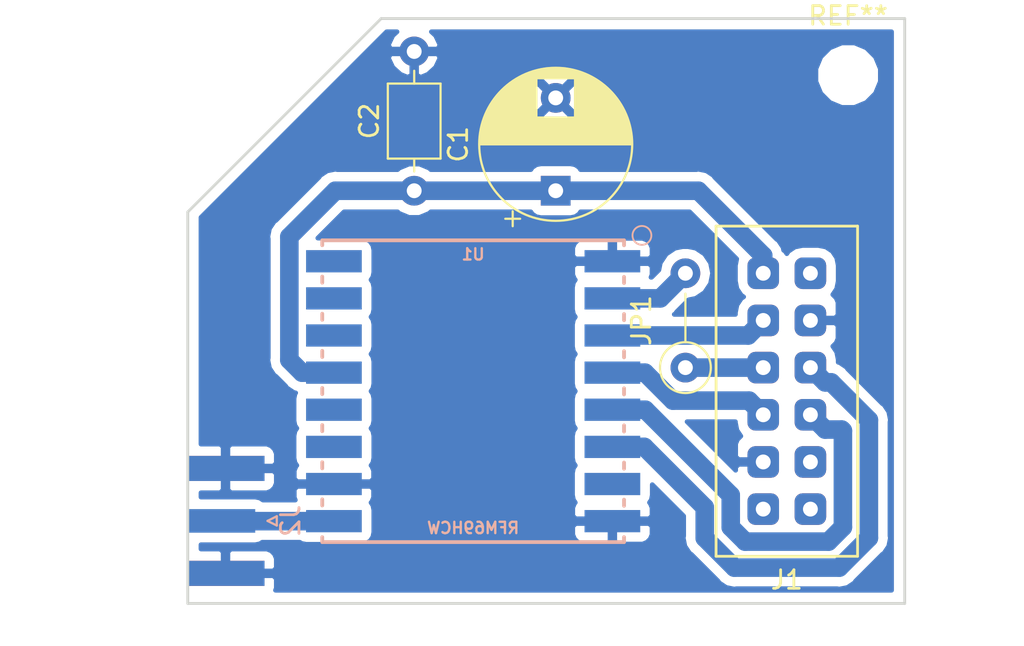
<source format=kicad_pcb>
(kicad_pcb (version 20171130) (host pcbnew 5.0.2+dfsg1-1)

  (general
    (thickness 1.6)
    (drawings 5)
    (tracks 40)
    (zones 0)
    (modules 7)
    (nets 20)
  )

  (page A4)
  (layers
    (0 F.Cu signal)
    (31 B.Cu signal)
    (32 B.Adhes user)
    (33 F.Adhes user)
    (34 B.Paste user)
    (35 F.Paste user)
    (36 B.SilkS user)
    (37 F.SilkS user)
    (38 B.Mask user)
    (39 F.Mask user)
    (40 Dwgs.User user)
    (41 Cmts.User user)
    (42 Eco1.User user)
    (43 Eco2.User user)
    (44 Edge.Cuts user)
    (45 Margin user)
    (46 B.CrtYd user)
    (47 F.CrtYd user)
    (48 B.Fab user)
    (49 F.Fab user)
  )

  (setup
    (last_trace_width 1)
    (trace_clearance 0.4)
    (zone_clearance 0.508)
    (zone_45_only no)
    (trace_min 0.2)
    (segment_width 0.2)
    (edge_width 0.15)
    (via_size 0.8)
    (via_drill 0.4)
    (via_min_size 0.4)
    (via_min_drill 0.3)
    (uvia_size 0.3)
    (uvia_drill 0.1)
    (uvias_allowed no)
    (uvia_min_size 0.2)
    (uvia_min_drill 0.1)
    (pcb_text_width 0.3)
    (pcb_text_size 1.5 1.5)
    (mod_edge_width 0.15)
    (mod_text_size 1 1)
    (mod_text_width 0.15)
    (pad_size 1.524 1.524)
    (pad_drill 0.762)
    (pad_to_mask_clearance 0.051)
    (solder_mask_min_width 0.25)
    (aux_axis_origin 138.938 52.832)
    (grid_origin 138.938 52.832)
    (visible_elements FFFFFF7F)
    (pcbplotparams
      (layerselection 0x01000_fffffffe)
      (usegerberextensions false)
      (usegerberattributes false)
      (usegerberadvancedattributes false)
      (creategerberjobfile false)
      (excludeedgelayer true)
      (linewidth 0.100000)
      (plotframeref false)
      (viasonmask false)
      (mode 1)
      (useauxorigin true)
      (hpglpennumber 1)
      (hpglpenspeed 20)
      (hpglpendiameter 15.000000)
      (psnegative false)
      (psa4output false)
      (plotreference true)
      (plotvalue true)
      (plotinvisibletext false)
      (padsonsilk false)
      (subtractmaskfromsilk false)
      (outputformat 1)
      (mirror false)
      (drillshape 0)
      (scaleselection 1)
      (outputdirectory "gerber/"))
  )

  (net 0 "")
  (net 1 3V3)
  (net 2 GND)
  (net 3 "Net-(J1-Pad19)")
  (net 4 "Net-(J1-Pad21)")
  (net 5 "Net-(J1-Pad23)")
  (net 6 "Net-(J1-Pad27)")
  (net 7 "Net-(J1-Pad28)")
  (net 8 "Net-(J1-Pad26)")
  (net 9 "Net-(J1-Pad24)")
  (net 10 RESET)
  (net 11 "Net-(J1-Pad18)")
  (net 12 "Net-(J2-Pad1)")
  (net 13 "Net-(U1-Pad16)")
  (net 14 "Net-(U1-Pad15)")
  (net 15 "Net-(U1-Pad14)")
  (net 16 "Net-(U1-Pad12)")
  (net 17 "Net-(U1-Pad11)")
  (net 18 "Net-(U1-Pad7)")
  (net 19 "Net-(JP1-Pad2)")

  (net_class Default "Ceci est la Netclass par défaut."
    (clearance 0.4)
    (trace_width 1)
    (via_dia 0.8)
    (via_drill 0.4)
    (uvia_dia 0.3)
    (uvia_drill 0.1)
    (add_net 3V3)
    (add_net GND)
    (add_net "Net-(J1-Pad18)")
    (add_net "Net-(J1-Pad19)")
    (add_net "Net-(J1-Pad21)")
    (add_net "Net-(J1-Pad23)")
    (add_net "Net-(J1-Pad24)")
    (add_net "Net-(J1-Pad26)")
    (add_net "Net-(J1-Pad27)")
    (add_net "Net-(J1-Pad28)")
    (add_net "Net-(J2-Pad1)")
    (add_net "Net-(JP1-Pad2)")
    (add_net "Net-(U1-Pad11)")
    (add_net "Net-(U1-Pad12)")
    (add_net "Net-(U1-Pad14)")
    (add_net "Net-(U1-Pad15)")
    (add_net "Net-(U1-Pad16)")
    (add_net "Net-(U1-Pad7)")
    (add_net RESET)
  )

  (module Capacitor_THT:CP_Radial_D8.0mm_P5.00mm (layer F.Cu) (tedit 5AE50EF0) (tstamp 5E2692F0)
    (at 123.19 59.055 90)
    (descr "CP, Radial series, Radial, pin pitch=5.00mm, , diameter=8mm, Electrolytic Capacitor")
    (tags "CP Radial series Radial pin pitch 5.00mm  diameter 8mm Electrolytic Capacitor")
    (path /5DF6CB19)
    (fp_text reference C1 (at 2.5 -5.25 90) (layer F.SilkS)
      (effects (font (size 1 1) (thickness 0.15)))
    )
    (fp_text value CP (at 2.5 5.25 90) (layer F.Fab)
      (effects (font (size 1 1) (thickness 0.15)))
    )
    (fp_circle (center 2.5 0) (end 6.5 0) (layer F.Fab) (width 0.1))
    (fp_circle (center 2.5 0) (end 6.62 0) (layer F.SilkS) (width 0.12))
    (fp_circle (center 2.5 0) (end 6.75 0) (layer F.CrtYd) (width 0.05))
    (fp_line (start -0.926759 -1.7475) (end -0.126759 -1.7475) (layer F.Fab) (width 0.1))
    (fp_line (start -0.526759 -2.1475) (end -0.526759 -1.3475) (layer F.Fab) (width 0.1))
    (fp_line (start 2.5 -4.08) (end 2.5 4.08) (layer F.SilkS) (width 0.12))
    (fp_line (start 2.54 -4.08) (end 2.54 4.08) (layer F.SilkS) (width 0.12))
    (fp_line (start 2.58 -4.08) (end 2.58 4.08) (layer F.SilkS) (width 0.12))
    (fp_line (start 2.62 -4.079) (end 2.62 4.079) (layer F.SilkS) (width 0.12))
    (fp_line (start 2.66 -4.077) (end 2.66 4.077) (layer F.SilkS) (width 0.12))
    (fp_line (start 2.7 -4.076) (end 2.7 4.076) (layer F.SilkS) (width 0.12))
    (fp_line (start 2.74 -4.074) (end 2.74 4.074) (layer F.SilkS) (width 0.12))
    (fp_line (start 2.78 -4.071) (end 2.78 4.071) (layer F.SilkS) (width 0.12))
    (fp_line (start 2.82 -4.068) (end 2.82 4.068) (layer F.SilkS) (width 0.12))
    (fp_line (start 2.86 -4.065) (end 2.86 4.065) (layer F.SilkS) (width 0.12))
    (fp_line (start 2.9 -4.061) (end 2.9 4.061) (layer F.SilkS) (width 0.12))
    (fp_line (start 2.94 -4.057) (end 2.94 4.057) (layer F.SilkS) (width 0.12))
    (fp_line (start 2.98 -4.052) (end 2.98 4.052) (layer F.SilkS) (width 0.12))
    (fp_line (start 3.02 -4.048) (end 3.02 4.048) (layer F.SilkS) (width 0.12))
    (fp_line (start 3.06 -4.042) (end 3.06 4.042) (layer F.SilkS) (width 0.12))
    (fp_line (start 3.1 -4.037) (end 3.1 4.037) (layer F.SilkS) (width 0.12))
    (fp_line (start 3.14 -4.03) (end 3.14 4.03) (layer F.SilkS) (width 0.12))
    (fp_line (start 3.18 -4.024) (end 3.18 4.024) (layer F.SilkS) (width 0.12))
    (fp_line (start 3.221 -4.017) (end 3.221 4.017) (layer F.SilkS) (width 0.12))
    (fp_line (start 3.261 -4.01) (end 3.261 4.01) (layer F.SilkS) (width 0.12))
    (fp_line (start 3.301 -4.002) (end 3.301 4.002) (layer F.SilkS) (width 0.12))
    (fp_line (start 3.341 -3.994) (end 3.341 3.994) (layer F.SilkS) (width 0.12))
    (fp_line (start 3.381 -3.985) (end 3.381 3.985) (layer F.SilkS) (width 0.12))
    (fp_line (start 3.421 -3.976) (end 3.421 3.976) (layer F.SilkS) (width 0.12))
    (fp_line (start 3.461 -3.967) (end 3.461 3.967) (layer F.SilkS) (width 0.12))
    (fp_line (start 3.501 -3.957) (end 3.501 3.957) (layer F.SilkS) (width 0.12))
    (fp_line (start 3.541 -3.947) (end 3.541 3.947) (layer F.SilkS) (width 0.12))
    (fp_line (start 3.581 -3.936) (end 3.581 3.936) (layer F.SilkS) (width 0.12))
    (fp_line (start 3.621 -3.925) (end 3.621 3.925) (layer F.SilkS) (width 0.12))
    (fp_line (start 3.661 -3.914) (end 3.661 3.914) (layer F.SilkS) (width 0.12))
    (fp_line (start 3.701 -3.902) (end 3.701 3.902) (layer F.SilkS) (width 0.12))
    (fp_line (start 3.741 -3.889) (end 3.741 3.889) (layer F.SilkS) (width 0.12))
    (fp_line (start 3.781 -3.877) (end 3.781 3.877) (layer F.SilkS) (width 0.12))
    (fp_line (start 3.821 -3.863) (end 3.821 3.863) (layer F.SilkS) (width 0.12))
    (fp_line (start 3.861 -3.85) (end 3.861 3.85) (layer F.SilkS) (width 0.12))
    (fp_line (start 3.901 -3.835) (end 3.901 3.835) (layer F.SilkS) (width 0.12))
    (fp_line (start 3.941 -3.821) (end 3.941 3.821) (layer F.SilkS) (width 0.12))
    (fp_line (start 3.981 -3.805) (end 3.981 -1.04) (layer F.SilkS) (width 0.12))
    (fp_line (start 3.981 1.04) (end 3.981 3.805) (layer F.SilkS) (width 0.12))
    (fp_line (start 4.021 -3.79) (end 4.021 -1.04) (layer F.SilkS) (width 0.12))
    (fp_line (start 4.021 1.04) (end 4.021 3.79) (layer F.SilkS) (width 0.12))
    (fp_line (start 4.061 -3.774) (end 4.061 -1.04) (layer F.SilkS) (width 0.12))
    (fp_line (start 4.061 1.04) (end 4.061 3.774) (layer F.SilkS) (width 0.12))
    (fp_line (start 4.101 -3.757) (end 4.101 -1.04) (layer F.SilkS) (width 0.12))
    (fp_line (start 4.101 1.04) (end 4.101 3.757) (layer F.SilkS) (width 0.12))
    (fp_line (start 4.141 -3.74) (end 4.141 -1.04) (layer F.SilkS) (width 0.12))
    (fp_line (start 4.141 1.04) (end 4.141 3.74) (layer F.SilkS) (width 0.12))
    (fp_line (start 4.181 -3.722) (end 4.181 -1.04) (layer F.SilkS) (width 0.12))
    (fp_line (start 4.181 1.04) (end 4.181 3.722) (layer F.SilkS) (width 0.12))
    (fp_line (start 4.221 -3.704) (end 4.221 -1.04) (layer F.SilkS) (width 0.12))
    (fp_line (start 4.221 1.04) (end 4.221 3.704) (layer F.SilkS) (width 0.12))
    (fp_line (start 4.261 -3.686) (end 4.261 -1.04) (layer F.SilkS) (width 0.12))
    (fp_line (start 4.261 1.04) (end 4.261 3.686) (layer F.SilkS) (width 0.12))
    (fp_line (start 4.301 -3.666) (end 4.301 -1.04) (layer F.SilkS) (width 0.12))
    (fp_line (start 4.301 1.04) (end 4.301 3.666) (layer F.SilkS) (width 0.12))
    (fp_line (start 4.341 -3.647) (end 4.341 -1.04) (layer F.SilkS) (width 0.12))
    (fp_line (start 4.341 1.04) (end 4.341 3.647) (layer F.SilkS) (width 0.12))
    (fp_line (start 4.381 -3.627) (end 4.381 -1.04) (layer F.SilkS) (width 0.12))
    (fp_line (start 4.381 1.04) (end 4.381 3.627) (layer F.SilkS) (width 0.12))
    (fp_line (start 4.421 -3.606) (end 4.421 -1.04) (layer F.SilkS) (width 0.12))
    (fp_line (start 4.421 1.04) (end 4.421 3.606) (layer F.SilkS) (width 0.12))
    (fp_line (start 4.461 -3.584) (end 4.461 -1.04) (layer F.SilkS) (width 0.12))
    (fp_line (start 4.461 1.04) (end 4.461 3.584) (layer F.SilkS) (width 0.12))
    (fp_line (start 4.501 -3.562) (end 4.501 -1.04) (layer F.SilkS) (width 0.12))
    (fp_line (start 4.501 1.04) (end 4.501 3.562) (layer F.SilkS) (width 0.12))
    (fp_line (start 4.541 -3.54) (end 4.541 -1.04) (layer F.SilkS) (width 0.12))
    (fp_line (start 4.541 1.04) (end 4.541 3.54) (layer F.SilkS) (width 0.12))
    (fp_line (start 4.581 -3.517) (end 4.581 -1.04) (layer F.SilkS) (width 0.12))
    (fp_line (start 4.581 1.04) (end 4.581 3.517) (layer F.SilkS) (width 0.12))
    (fp_line (start 4.621 -3.493) (end 4.621 -1.04) (layer F.SilkS) (width 0.12))
    (fp_line (start 4.621 1.04) (end 4.621 3.493) (layer F.SilkS) (width 0.12))
    (fp_line (start 4.661 -3.469) (end 4.661 -1.04) (layer F.SilkS) (width 0.12))
    (fp_line (start 4.661 1.04) (end 4.661 3.469) (layer F.SilkS) (width 0.12))
    (fp_line (start 4.701 -3.444) (end 4.701 -1.04) (layer F.SilkS) (width 0.12))
    (fp_line (start 4.701 1.04) (end 4.701 3.444) (layer F.SilkS) (width 0.12))
    (fp_line (start 4.741 -3.418) (end 4.741 -1.04) (layer F.SilkS) (width 0.12))
    (fp_line (start 4.741 1.04) (end 4.741 3.418) (layer F.SilkS) (width 0.12))
    (fp_line (start 4.781 -3.392) (end 4.781 -1.04) (layer F.SilkS) (width 0.12))
    (fp_line (start 4.781 1.04) (end 4.781 3.392) (layer F.SilkS) (width 0.12))
    (fp_line (start 4.821 -3.365) (end 4.821 -1.04) (layer F.SilkS) (width 0.12))
    (fp_line (start 4.821 1.04) (end 4.821 3.365) (layer F.SilkS) (width 0.12))
    (fp_line (start 4.861 -3.338) (end 4.861 -1.04) (layer F.SilkS) (width 0.12))
    (fp_line (start 4.861 1.04) (end 4.861 3.338) (layer F.SilkS) (width 0.12))
    (fp_line (start 4.901 -3.309) (end 4.901 -1.04) (layer F.SilkS) (width 0.12))
    (fp_line (start 4.901 1.04) (end 4.901 3.309) (layer F.SilkS) (width 0.12))
    (fp_line (start 4.941 -3.28) (end 4.941 -1.04) (layer F.SilkS) (width 0.12))
    (fp_line (start 4.941 1.04) (end 4.941 3.28) (layer F.SilkS) (width 0.12))
    (fp_line (start 4.981 -3.25) (end 4.981 -1.04) (layer F.SilkS) (width 0.12))
    (fp_line (start 4.981 1.04) (end 4.981 3.25) (layer F.SilkS) (width 0.12))
    (fp_line (start 5.021 -3.22) (end 5.021 -1.04) (layer F.SilkS) (width 0.12))
    (fp_line (start 5.021 1.04) (end 5.021 3.22) (layer F.SilkS) (width 0.12))
    (fp_line (start 5.061 -3.189) (end 5.061 -1.04) (layer F.SilkS) (width 0.12))
    (fp_line (start 5.061 1.04) (end 5.061 3.189) (layer F.SilkS) (width 0.12))
    (fp_line (start 5.101 -3.156) (end 5.101 -1.04) (layer F.SilkS) (width 0.12))
    (fp_line (start 5.101 1.04) (end 5.101 3.156) (layer F.SilkS) (width 0.12))
    (fp_line (start 5.141 -3.124) (end 5.141 -1.04) (layer F.SilkS) (width 0.12))
    (fp_line (start 5.141 1.04) (end 5.141 3.124) (layer F.SilkS) (width 0.12))
    (fp_line (start 5.181 -3.09) (end 5.181 -1.04) (layer F.SilkS) (width 0.12))
    (fp_line (start 5.181 1.04) (end 5.181 3.09) (layer F.SilkS) (width 0.12))
    (fp_line (start 5.221 -3.055) (end 5.221 -1.04) (layer F.SilkS) (width 0.12))
    (fp_line (start 5.221 1.04) (end 5.221 3.055) (layer F.SilkS) (width 0.12))
    (fp_line (start 5.261 -3.019) (end 5.261 -1.04) (layer F.SilkS) (width 0.12))
    (fp_line (start 5.261 1.04) (end 5.261 3.019) (layer F.SilkS) (width 0.12))
    (fp_line (start 5.301 -2.983) (end 5.301 -1.04) (layer F.SilkS) (width 0.12))
    (fp_line (start 5.301 1.04) (end 5.301 2.983) (layer F.SilkS) (width 0.12))
    (fp_line (start 5.341 -2.945) (end 5.341 -1.04) (layer F.SilkS) (width 0.12))
    (fp_line (start 5.341 1.04) (end 5.341 2.945) (layer F.SilkS) (width 0.12))
    (fp_line (start 5.381 -2.907) (end 5.381 -1.04) (layer F.SilkS) (width 0.12))
    (fp_line (start 5.381 1.04) (end 5.381 2.907) (layer F.SilkS) (width 0.12))
    (fp_line (start 5.421 -2.867) (end 5.421 -1.04) (layer F.SilkS) (width 0.12))
    (fp_line (start 5.421 1.04) (end 5.421 2.867) (layer F.SilkS) (width 0.12))
    (fp_line (start 5.461 -2.826) (end 5.461 -1.04) (layer F.SilkS) (width 0.12))
    (fp_line (start 5.461 1.04) (end 5.461 2.826) (layer F.SilkS) (width 0.12))
    (fp_line (start 5.501 -2.784) (end 5.501 -1.04) (layer F.SilkS) (width 0.12))
    (fp_line (start 5.501 1.04) (end 5.501 2.784) (layer F.SilkS) (width 0.12))
    (fp_line (start 5.541 -2.741) (end 5.541 -1.04) (layer F.SilkS) (width 0.12))
    (fp_line (start 5.541 1.04) (end 5.541 2.741) (layer F.SilkS) (width 0.12))
    (fp_line (start 5.581 -2.697) (end 5.581 -1.04) (layer F.SilkS) (width 0.12))
    (fp_line (start 5.581 1.04) (end 5.581 2.697) (layer F.SilkS) (width 0.12))
    (fp_line (start 5.621 -2.651) (end 5.621 -1.04) (layer F.SilkS) (width 0.12))
    (fp_line (start 5.621 1.04) (end 5.621 2.651) (layer F.SilkS) (width 0.12))
    (fp_line (start 5.661 -2.604) (end 5.661 -1.04) (layer F.SilkS) (width 0.12))
    (fp_line (start 5.661 1.04) (end 5.661 2.604) (layer F.SilkS) (width 0.12))
    (fp_line (start 5.701 -2.556) (end 5.701 -1.04) (layer F.SilkS) (width 0.12))
    (fp_line (start 5.701 1.04) (end 5.701 2.556) (layer F.SilkS) (width 0.12))
    (fp_line (start 5.741 -2.505) (end 5.741 -1.04) (layer F.SilkS) (width 0.12))
    (fp_line (start 5.741 1.04) (end 5.741 2.505) (layer F.SilkS) (width 0.12))
    (fp_line (start 5.781 -2.454) (end 5.781 -1.04) (layer F.SilkS) (width 0.12))
    (fp_line (start 5.781 1.04) (end 5.781 2.454) (layer F.SilkS) (width 0.12))
    (fp_line (start 5.821 -2.4) (end 5.821 -1.04) (layer F.SilkS) (width 0.12))
    (fp_line (start 5.821 1.04) (end 5.821 2.4) (layer F.SilkS) (width 0.12))
    (fp_line (start 5.861 -2.345) (end 5.861 -1.04) (layer F.SilkS) (width 0.12))
    (fp_line (start 5.861 1.04) (end 5.861 2.345) (layer F.SilkS) (width 0.12))
    (fp_line (start 5.901 -2.287) (end 5.901 -1.04) (layer F.SilkS) (width 0.12))
    (fp_line (start 5.901 1.04) (end 5.901 2.287) (layer F.SilkS) (width 0.12))
    (fp_line (start 5.941 -2.228) (end 5.941 -1.04) (layer F.SilkS) (width 0.12))
    (fp_line (start 5.941 1.04) (end 5.941 2.228) (layer F.SilkS) (width 0.12))
    (fp_line (start 5.981 -2.166) (end 5.981 -1.04) (layer F.SilkS) (width 0.12))
    (fp_line (start 5.981 1.04) (end 5.981 2.166) (layer F.SilkS) (width 0.12))
    (fp_line (start 6.021 -2.102) (end 6.021 -1.04) (layer F.SilkS) (width 0.12))
    (fp_line (start 6.021 1.04) (end 6.021 2.102) (layer F.SilkS) (width 0.12))
    (fp_line (start 6.061 -2.034) (end 6.061 2.034) (layer F.SilkS) (width 0.12))
    (fp_line (start 6.101 -1.964) (end 6.101 1.964) (layer F.SilkS) (width 0.12))
    (fp_line (start 6.141 -1.89) (end 6.141 1.89) (layer F.SilkS) (width 0.12))
    (fp_line (start 6.181 -1.813) (end 6.181 1.813) (layer F.SilkS) (width 0.12))
    (fp_line (start 6.221 -1.731) (end 6.221 1.731) (layer F.SilkS) (width 0.12))
    (fp_line (start 6.261 -1.645) (end 6.261 1.645) (layer F.SilkS) (width 0.12))
    (fp_line (start 6.301 -1.552) (end 6.301 1.552) (layer F.SilkS) (width 0.12))
    (fp_line (start 6.341 -1.453) (end 6.341 1.453) (layer F.SilkS) (width 0.12))
    (fp_line (start 6.381 -1.346) (end 6.381 1.346) (layer F.SilkS) (width 0.12))
    (fp_line (start 6.421 -1.229) (end 6.421 1.229) (layer F.SilkS) (width 0.12))
    (fp_line (start 6.461 -1.098) (end 6.461 1.098) (layer F.SilkS) (width 0.12))
    (fp_line (start 6.501 -0.948) (end 6.501 0.948) (layer F.SilkS) (width 0.12))
    (fp_line (start 6.541 -0.768) (end 6.541 0.768) (layer F.SilkS) (width 0.12))
    (fp_line (start 6.581 -0.533) (end 6.581 0.533) (layer F.SilkS) (width 0.12))
    (fp_line (start -1.909698 -2.315) (end -1.109698 -2.315) (layer F.SilkS) (width 0.12))
    (fp_line (start -1.509698 -2.715) (end -1.509698 -1.915) (layer F.SilkS) (width 0.12))
    (fp_text user %R (at 2.5 0 90) (layer F.Fab)
      (effects (font (size 1 1) (thickness 0.15)))
    )
    (pad 1 thru_hole rect (at 0 0 90) (size 1.6 1.6) (drill 0.8) (layers *.Cu *.Mask)
      (net 1 3V3))
    (pad 2 thru_hole circle (at 5 0 90) (size 1.6 1.6) (drill 0.8) (layers *.Cu *.Mask)
      (net 2 GND))
    (model ${KISYS3DMOD}/Capacitor_THT.3dshapes/CP_Radial_D8.0mm_P5.00mm.wrl
      (at (xyz 0 0 0))
      (scale (xyz 1 1 1))
      (rotate (xyz 0 0 0))
    )
  )

  (module Capacitor_THT:C_Axial_L3.8mm_D2.6mm_P7.50mm_Horizontal (layer F.Cu) (tedit 5AE50EF0) (tstamp 5E269307)
    (at 115.57 59.055 90)
    (descr "C, Axial series, Axial, Horizontal, pin pitch=7.5mm, , length*diameter=3.8*2.6mm^2, http://www.vishay.com/docs/45231/arseries.pdf")
    (tags "C Axial series Axial Horizontal pin pitch 7.5mm  length 3.8mm diameter 2.6mm")
    (path /5DF6CBA2)
    (fp_text reference C2 (at 3.75 -2.42 90) (layer F.SilkS)
      (effects (font (size 1 1) (thickness 0.15)))
    )
    (fp_text value C (at 3.75 2.42 90) (layer F.Fab)
      (effects (font (size 1 1) (thickness 0.15)))
    )
    (fp_line (start 1.85 -1.3) (end 1.85 1.3) (layer F.Fab) (width 0.1))
    (fp_line (start 1.85 1.3) (end 5.65 1.3) (layer F.Fab) (width 0.1))
    (fp_line (start 5.65 1.3) (end 5.65 -1.3) (layer F.Fab) (width 0.1))
    (fp_line (start 5.65 -1.3) (end 1.85 -1.3) (layer F.Fab) (width 0.1))
    (fp_line (start 0 0) (end 1.85 0) (layer F.Fab) (width 0.1))
    (fp_line (start 7.5 0) (end 5.65 0) (layer F.Fab) (width 0.1))
    (fp_line (start 1.73 -1.42) (end 1.73 1.42) (layer F.SilkS) (width 0.12))
    (fp_line (start 1.73 1.42) (end 5.77 1.42) (layer F.SilkS) (width 0.12))
    (fp_line (start 5.77 1.42) (end 5.77 -1.42) (layer F.SilkS) (width 0.12))
    (fp_line (start 5.77 -1.42) (end 1.73 -1.42) (layer F.SilkS) (width 0.12))
    (fp_line (start 1.04 0) (end 1.73 0) (layer F.SilkS) (width 0.12))
    (fp_line (start 6.46 0) (end 5.77 0) (layer F.SilkS) (width 0.12))
    (fp_line (start -1.05 -1.55) (end -1.05 1.55) (layer F.CrtYd) (width 0.05))
    (fp_line (start -1.05 1.55) (end 8.55 1.55) (layer F.CrtYd) (width 0.05))
    (fp_line (start 8.55 1.55) (end 8.55 -1.55) (layer F.CrtYd) (width 0.05))
    (fp_line (start 8.55 -1.55) (end -1.05 -1.55) (layer F.CrtYd) (width 0.05))
    (fp_text user %R (at 3.75 0 90) (layer F.Fab)
      (effects (font (size 0.76 0.76) (thickness 0.114)))
    )
    (pad 1 thru_hole circle (at 0 0 90) (size 1.6 1.6) (drill 0.8) (layers *.Cu *.Mask)
      (net 1 3V3))
    (pad 2 thru_hole oval (at 7.5 0 90) (size 1.6 1.6) (drill 0.8) (layers *.Cu *.Mask)
      (net 2 GND))
    (model ${KISYS3DMOD}/Capacitor_THT.3dshapes/C_Axial_L3.8mm_D2.6mm_P7.50mm_Horizontal.wrl
      (at (xyz 0 0 0))
      (scale (xyz 1 1 1))
      (rotate (xyz 0 0 0))
    )
  )

  (module Perso:raspi-spi (layer F.Cu) (tedit 5DF7C91E) (tstamp 5E26931B)
    (at 134.366 63.5)
    (path /5DF6B0B5)
    (fp_text reference J1 (at 1.27 16.51) (layer F.SilkS)
      (effects (font (size 1 1) (thickness 0.15)))
    )
    (fp_text value Raspberry_Pi_2_3 (at 1.27 -3.81) (layer F.Fab)
      (effects (font (size 1 1) (thickness 0.15)))
    )
    (fp_line (start -2.54 -2.54) (end 5.08 -2.54) (layer F.SilkS) (width 0.15))
    (fp_line (start 5.08 -2.54) (end 5.08 15.24) (layer F.SilkS) (width 0.15))
    (fp_line (start 5.08 15.24) (end -2.54 15.24) (layer F.SilkS) (width 0.15))
    (fp_line (start -2.54 15.24) (end -2.54 -2.54) (layer F.SilkS) (width 0.15))
    (pad 17 thru_hole roundrect (at 0 0) (size 1.7 1.7) (drill 0.8) (layers *.Cu *.Mask) (roundrect_rratio 0.25)
      (net 1 3V3))
    (pad 19 thru_hole roundrect (at 0 2.54) (size 1.7 1.7) (drill 0.8) (layers *.Cu *.Mask) (roundrect_rratio 0.25)
      (net 3 "Net-(J1-Pad19)"))
    (pad 21 thru_hole roundrect (at 0 5.08) (size 1.7 1.7) (drill 0.8) (layers *.Cu *.Mask) (roundrect_rratio 0.25)
      (net 4 "Net-(J1-Pad21)"))
    (pad 23 thru_hole roundrect (at 0 7.62) (size 1.7 1.7) (drill 0.8) (layers *.Cu *.Mask) (roundrect_rratio 0.25)
      (net 5 "Net-(J1-Pad23)"))
    (pad 25 thru_hole roundrect (at 0 10.16) (size 1.7 1.7) (drill 0.8) (layers *.Cu *.Mask) (roundrect_rratio 0.25)
      (net 2 GND))
    (pad 27 thru_hole roundrect (at 0 12.7) (size 1.7 1.7) (drill 0.8) (layers *.Cu *.Mask) (roundrect_rratio 0.25)
      (net 6 "Net-(J1-Pad27)"))
    (pad 28 thru_hole roundrect (at 2.54 12.7) (size 1.7 1.7) (drill 0.8) (layers *.Cu *.Mask) (roundrect_rratio 0.25)
      (net 7 "Net-(J1-Pad28)"))
    (pad 26 thru_hole roundrect (at 2.54 10.16) (size 1.7 1.7) (drill 0.8) (layers *.Cu *.Mask) (roundrect_rratio 0.25)
      (net 8 "Net-(J1-Pad26)"))
    (pad 24 thru_hole roundrect (at 2.54 7.62) (size 1.7 1.7) (drill 0.8) (layers *.Cu *.Mask) (roundrect_rratio 0.25)
      (net 9 "Net-(J1-Pad24)"))
    (pad 22 thru_hole roundrect (at 2.54 5.08) (size 1.7 1.7) (drill 0.8) (layers *.Cu *.Mask) (roundrect_rratio 0.25)
      (net 10 RESET))
    (pad 20 thru_hole roundrect (at 2.54 2.54) (size 1.7 1.7) (drill 0.8) (layers *.Cu *.Mask) (roundrect_rratio 0.25)
      (net 2 GND))
    (pad 18 thru_hole roundrect (at 2.54 0) (size 1.7 1.7) (drill 0.8) (layers *.Cu *.Mask) (roundrect_rratio 0.25)
      (net 11 "Net-(J1-Pad18)"))
  )

  (module Connector_Coaxial:SMA_Samtec_SMA-J-P-H-ST-EM1_EdgeMount (layer B.Cu) (tedit 5BA382C0) (tstamp 5E269344)
    (at 105.41 76.835 180)
    (descr http://suddendocs.samtec.com/prints/sma-j-p-x-st-em1-mkt.pdf)
    (tags SMA)
    (path /5DF6B53B)
    (attr smd)
    (fp_text reference J2 (at -3.5 0 90) (layer B.SilkS)
      (effects (font (size 1 1) (thickness 0.15)) (justify mirror))
    )
    (fp_text value Conn_Coaxial (at 5 -5.9 180) (layer B.Fab)
      (effects (font (size 1 1) (thickness 0.15)) (justify mirror))
    )
    (fp_line (start -2.76 -0.25) (end -2.26 0) (layer B.SilkS) (width 0.12))
    (fp_line (start -2.76 0.25) (end -2.76 -0.25) (layer B.SilkS) (width 0.12))
    (fp_line (start -2.26 0) (end -2.76 0.25) (layer B.SilkS) (width 0.12))
    (fp_line (start 3.1 0) (end 2.1 -0.75) (layer B.Fab) (width 0.1))
    (fp_line (start 2.1 0.75) (end 3.1 0) (layer B.Fab) (width 0.1))
    (fp_text user %R (at 4.79 0 -90) (layer B.Fab)
      (effects (font (size 1 1) (thickness 0.15)) (justify mirror))
    )
    (fp_line (start 3 4) (end -2.6 4) (layer B.CrtYd) (width 0.05))
    (fp_line (start 12.12 4.5) (end 12.12 -4.5) (layer B.CrtYd) (width 0.05))
    (fp_line (start 3 -4) (end -2.6 -4) (layer B.CrtYd) (width 0.05))
    (fp_line (start -2.6 -4) (end -2.6 4) (layer B.CrtYd) (width 0.05))
    (fp_line (start 3 4) (end -2.6 4) (layer F.CrtYd) (width 0.05))
    (fp_line (start 12.12 4.5) (end 12.12 -4.5) (layer F.CrtYd) (width 0.05))
    (fp_line (start 3 -4) (end -2.6 -4) (layer F.CrtYd) (width 0.05))
    (fp_line (start -2.6 -4) (end -2.6 4) (layer F.CrtYd) (width 0.05))
    (fp_line (start 11.62 3.165) (end 11.62 -3.165) (layer B.Fab) (width 0.1))
    (fp_line (start -1.71 3.175) (end 11.62 3.175) (layer B.Fab) (width 0.1))
    (fp_line (start -1.71 3.175) (end -1.71 2.365) (layer B.Fab) (width 0.1))
    (fp_line (start -1.71 2.365) (end 2.1 2.365) (layer B.Fab) (width 0.1))
    (fp_line (start 2.1 2.365) (end 2.1 -2.365) (layer B.Fab) (width 0.1))
    (fp_line (start 2.1 -2.365) (end -1.71 -2.365) (layer B.Fab) (width 0.1))
    (fp_line (start -1.71 -2.365) (end -1.71 -3.175) (layer B.Fab) (width 0.1))
    (fp_line (start -1.71 -3.175) (end 11.62 -3.175) (layer B.Fab) (width 0.1))
    (fp_line (start 12.12 -4.5) (end 3 -4.5) (layer B.CrtYd) (width 0.05))
    (fp_line (start 3 -4.5) (end 3 -4) (layer B.CrtYd) (width 0.05))
    (fp_line (start 12.12 4.5) (end 3 4.5) (layer B.CrtYd) (width 0.05))
    (fp_line (start 3 4.5) (end 3 4) (layer B.CrtYd) (width 0.05))
    (fp_line (start 12.12 4.5) (end 3 4.5) (layer F.CrtYd) (width 0.05))
    (fp_line (start 3 4.5) (end 3 4) (layer F.CrtYd) (width 0.05))
    (fp_line (start 12.12 -4.5) (end 3 -4.5) (layer F.CrtYd) (width 0.05))
    (fp_line (start 3 -4.5) (end 3 -4) (layer F.CrtYd) (width 0.05))
    (fp_line (start 2.1 3.5) (end 2.1 -3.5) (layer Dwgs.User) (width 0.1))
    (fp_text user "PCB Edge" (at 2.6 0 90) (layer Dwgs.User)
      (effects (font (size 0.5 0.5) (thickness 0.1)))
    )
    (pad 2 smd rect (at 0 -2.825 90) (size 1.35 4.2) (layers F.Cu F.Paste F.Mask)
      (net 2 GND))
    (pad 2 smd rect (at 0 2.825 90) (size 1.35 4.2) (layers F.Cu F.Paste F.Mask)
      (net 2 GND))
    (pad 2 smd rect (at 0 -2.825 90) (size 1.35 4.2) (layers B.Cu B.Paste B.Mask)
      (net 2 GND))
    (pad 2 smd rect (at 0 2.825 90) (size 1.35 4.2) (layers B.Cu B.Paste B.Mask)
      (net 2 GND))
    (pad 1 smd rect (at 0.2 0 90) (size 1.27 3.6) (layers B.Cu B.Paste B.Mask)
      (net 12 "Net-(J2-Pad1)"))
    (model ${KISYS3DMOD}/Connector_Coaxial.3dshapes/SMA_Samtec_SMA-J-P-H-ST-EM1_EdgeMount.wrl
      (at (xyz 0 0 0))
      (scale (xyz 1 1 1))
      (rotate (xyz 0 0 0))
    )
  )

  (module Perso:RFM69HCW-XXXS2 (layer B.Cu) (tedit 200000) (tstamp 5E26937A)
    (at 118.745 69.85 180)
    (descr "HOPE RF RFM69HCW RF TRANSCIEVER")
    (tags "HOPE RF RFM69HCW RF TRANSCIEVER")
    (path /5DF6B1EC)
    (attr smd)
    (fp_text reference U1 (at 0 7.366 180) (layer B.SilkS)
      (effects (font (size 0.6096 0.6096) (thickness 0.127)) (justify mirror))
    )
    (fp_text value RFM69HCW (at 0 -7.366 180) (layer B.SilkS)
      (effects (font (size 0.6096 0.6096) (thickness 0.127)) (justify mirror))
    )
    (fp_text user 1 (at -4.84886 5.98424 180) (layer Dwgs.User)
      (effects (font (size 1.27 1.27) (thickness 0.1524)))
    )
    (fp_circle (center -9.08812 8.38962) (end -9.08812 8.89762) (layer B.SilkS) (width 0.1))
    (fp_line (start 8.12546 6.1722) (end 8.12546 5.842) (layer B.SilkS) (width 0.2032))
    (fp_line (start 8.12546 4.17322) (end 8.12546 3.84302) (layer B.SilkS) (width 0.2032))
    (fp_line (start 8.12546 2.1717) (end 8.12546 1.8415) (layer B.SilkS) (width 0.2032))
    (fp_line (start 8.12546 0.17272) (end 8.12546 -0.15494) (layer B.SilkS) (width 0.2032))
    (fp_line (start 8.12546 -1.82372) (end 8.12546 -2.15392) (layer B.SilkS) (width 0.2032))
    (fp_line (start 8.12546 -3.82524) (end 8.12546 -4.15544) (layer B.SilkS) (width 0.2032))
    (fp_line (start 8.12546 -5.82422) (end 8.12546 -6.15442) (layer B.SilkS) (width 0.2032))
    (fp_line (start -8.12546 -6.1722) (end -8.12546 -5.842) (layer B.SilkS) (width 0.2032))
    (fp_line (start -8.12546 -4.17322) (end -8.12546 -3.84302) (layer B.SilkS) (width 0.2032))
    (fp_line (start -8.12546 -2.1717) (end -8.12546 -1.8415) (layer B.SilkS) (width 0.2032))
    (fp_line (start -8.12546 -0.17272) (end -8.12546 0.15494) (layer B.SilkS) (width 0.2032))
    (fp_line (start -8.12546 1.82372) (end -8.12546 2.15392) (layer B.SilkS) (width 0.2032))
    (fp_line (start -8.12546 3.82524) (end -8.12546 4.15544) (layer B.SilkS) (width 0.2032))
    (fp_line (start -8.12546 7.85876) (end -8.12546 8.12546) (layer B.SilkS) (width 0.2032))
    (fp_line (start 8.12546 8.12546) (end 8.12546 7.85876) (layer B.SilkS) (width 0.2032))
    (fp_line (start -8.12546 5.82422) (end -8.12546 6.15442) (layer B.SilkS) (width 0.2032))
    (fp_line (start 8.12546 -7.85876) (end 8.12546 -8.12546) (layer B.SilkS) (width 0.2032))
    (fp_line (start -8.12546 -8.12546) (end -8.12546 -7.85876) (layer B.SilkS) (width 0.2032))
    (fp_line (start -7.99846 7.99846) (end -7.99846 -7.99846) (layer Dwgs.User) (width 0.127))
    (fp_line (start 7.99846 7.99846) (end -7.99846 7.99846) (layer Dwgs.User) (width 0.127))
    (fp_line (start 7.99846 -7.99846) (end 7.99846 7.99846) (layer Dwgs.User) (width 0.127))
    (fp_line (start -7.99846 -7.99846) (end 7.99846 -7.99846) (layer Dwgs.User) (width 0.127))
    (fp_line (start 3.99796 -0.49784) (end 1.99898 -0.49784) (layer Dwgs.User) (width 0.2032))
    (fp_line (start 3.99796 -0.49784) (end 3.99796 1.4986) (layer Dwgs.User) (width 0.2032))
    (fp_line (start 3.99796 1.4986) (end 1.99898 1.4986) (layer Dwgs.User) (width 0.2032))
    (fp_line (start 1.99898 -0.49784) (end 1.99898 1.4986) (layer Dwgs.User) (width 0.2032))
    (fp_line (start 0 5.99948) (end -3.99796 5.99948) (layer Dwgs.User) (width 0.2032))
    (fp_line (start 0 1.99898) (end 0 5.99948) (layer Dwgs.User) (width 0.2032))
    (fp_line (start -3.99796 1.99898) (end 0 1.99898) (layer Dwgs.User) (width 0.2032))
    (fp_line (start -3.99796 5.99948) (end -3.99796 1.99898) (layer Dwgs.User) (width 0.2032))
    (fp_line (start 8.12546 -8.12546) (end -8.12546 -8.12546) (layer B.SilkS) (width 0.2032))
    (fp_line (start -8.12546 8.12546) (end 8.12546 8.12546) (layer B.SilkS) (width 0.2032))
    (pad 16 smd rect (at 7.49808 6.9977 180) (size 2.99974 1.19888) (layers B.Cu B.Paste B.Mask)
      (net 13 "Net-(U1-Pad16)") (solder_mask_margin 0.1016))
    (pad 15 smd rect (at 7.49808 4.99872 180) (size 2.99974 1.19888) (layers B.Cu B.Paste B.Mask)
      (net 14 "Net-(U1-Pad15)") (solder_mask_margin 0.1016))
    (pad 14 smd rect (at 7.49808 2.99974 180) (size 2.99974 1.19888) (layers B.Cu B.Paste B.Mask)
      (net 15 "Net-(U1-Pad14)") (solder_mask_margin 0.1016))
    (pad 13 smd rect (at 7.49808 0.99822 180) (size 2.99974 1.19888) (layers B.Cu B.Paste B.Mask)
      (net 1 3V3) (solder_mask_margin 0.1016))
    (pad 12 smd rect (at 7.49808 -0.99822 180) (size 2.99974 1.19888) (layers B.Cu B.Paste B.Mask)
      (net 16 "Net-(U1-Pad12)") (solder_mask_margin 0.1016))
    (pad 11 smd rect (at 7.49808 -2.99974 180) (size 2.99974 1.19888) (layers B.Cu B.Paste B.Mask)
      (net 17 "Net-(U1-Pad11)") (solder_mask_margin 0.1016))
    (pad 10 smd rect (at 7.49808 -4.99872 180) (size 2.99974 1.19888) (layers B.Cu B.Paste B.Mask)
      (net 2 GND) (solder_mask_margin 0.1016))
    (pad 9 smd rect (at 7.49808 -6.9977 180) (size 2.99974 1.19888) (layers B.Cu B.Paste B.Mask)
      (net 12 "Net-(J2-Pad1)") (solder_mask_margin 0.1016))
    (pad 8 smd rect (at -7.49808 -6.9977 180) (size 2.99974 1.19888) (layers B.Cu B.Paste B.Mask)
      (net 2 GND) (solder_mask_margin 0.1016))
    (pad 7 smd rect (at -7.49808 -4.99872 180) (size 2.99974 1.19888) (layers B.Cu B.Paste B.Mask)
      (net 18 "Net-(U1-Pad7)") (solder_mask_margin 0.1016))
    (pad 6 smd rect (at -7.49808 -2.99974 180) (size 2.99974 1.19888) (layers B.Cu B.Paste B.Mask)
      (net 10 RESET) (solder_mask_margin 0.1016))
    (pad 5 smd rect (at -7.49808 -0.99822 180) (size 2.99974 1.19888) (layers B.Cu B.Paste B.Mask)
      (net 9 "Net-(J1-Pad24)") (solder_mask_margin 0.1016))
    (pad 4 smd rect (at -7.49808 0.99822 180) (size 2.99974 1.19888) (layers B.Cu B.Paste B.Mask)
      (net 5 "Net-(J1-Pad23)") (solder_mask_margin 0.1016))
    (pad 3 smd rect (at -7.49808 2.99974 180) (size 2.99974 1.19888) (layers B.Cu B.Paste B.Mask)
      (net 3 "Net-(J1-Pad19)") (solder_mask_margin 0.1016))
    (pad 2 smd rect (at -7.49808 4.99872 180) (size 2.99974 1.19888) (layers B.Cu B.Paste B.Mask)
      (net 19 "Net-(JP1-Pad2)") (solder_mask_margin 0.1016))
    (pad 1 smd rect (at -7.49808 6.9977 180) (size 2.99974 1.19888) (layers B.Cu B.Paste B.Mask)
      (net 2 GND) (solder_mask_margin 0.1016))
  )

  (module Resistor_THT:R_Axial_DIN0207_L6.3mm_D2.5mm_P5.08mm_Vertical (layer F.Cu) (tedit 5AE5139B) (tstamp 5E26A053)
    (at 130.175 68.58 90)
    (descr "Resistor, Axial_DIN0207 series, Axial, Vertical, pin pitch=5.08mm, 0.25W = 1/4W, length*diameter=6.3*2.5mm^2, http://cdn-reichelt.de/documents/datenblatt/B400/1_4W%23YAG.pdf")
    (tags "Resistor Axial_DIN0207 series Axial Vertical pin pitch 5.08mm 0.25W = 1/4W length 6.3mm diameter 2.5mm")
    (path /5DF7CC85)
    (fp_text reference JP1 (at 2.54 -2.37 90) (layer F.SilkS)
      (effects (font (size 1 1) (thickness 0.15)))
    )
    (fp_text value Jumper (at 2.54 2.37 90) (layer F.Fab)
      (effects (font (size 1 1) (thickness 0.15)))
    )
    (fp_circle (center 0 0) (end 1.25 0) (layer F.Fab) (width 0.1))
    (fp_circle (center 0 0) (end 1.37 0) (layer F.SilkS) (width 0.12))
    (fp_line (start 0 0) (end 5.08 0) (layer F.Fab) (width 0.1))
    (fp_line (start 1.37 0) (end 3.98 0) (layer F.SilkS) (width 0.12))
    (fp_line (start -1.5 -1.5) (end -1.5 1.5) (layer F.CrtYd) (width 0.05))
    (fp_line (start -1.5 1.5) (end 6.13 1.5) (layer F.CrtYd) (width 0.05))
    (fp_line (start 6.13 1.5) (end 6.13 -1.5) (layer F.CrtYd) (width 0.05))
    (fp_line (start 6.13 -1.5) (end -1.5 -1.5) (layer F.CrtYd) (width 0.05))
    (fp_text user %R (at 2.54 -2.37 90) (layer F.Fab)
      (effects (font (size 1 1) (thickness 0.15)))
    )
    (pad 1 thru_hole circle (at 0 0 90) (size 1.6 1.6) (drill 0.8) (layers *.Cu *.Mask)
      (net 4 "Net-(J1-Pad21)"))
    (pad 2 thru_hole oval (at 5.08 0 90) (size 1.6 1.6) (drill 0.8) (layers *.Cu *.Mask)
      (net 19 "Net-(JP1-Pad2)"))
    (model ${KISYS3DMOD}/Resistor_THT.3dshapes/R_Axial_DIN0207_L6.3mm_D2.5mm_P5.08mm_Vertical.wrl
      (at (xyz 0 0 0))
      (scale (xyz 1 1 1))
      (rotate (xyz 0 0 0))
    )
  )

  (module MountingHole:MountingHole_2.2mm_M2 (layer F.Cu) (tedit 56D1B4CB) (tstamp 5E32746F)
    (at 138.938 52.832)
    (descr "Mounting Hole 2.2mm, no annular, M2")
    (tags "mounting hole 2.2mm no annular m2")
    (attr virtual)
    (fp_text reference REF** (at 0 -3.2) (layer F.SilkS)
      (effects (font (size 1 1) (thickness 0.15)))
    )
    (fp_text value MountingHole_2.2mm_M2 (at 0 3.2) (layer F.Fab)
      (effects (font (size 1 1) (thickness 0.15)))
    )
    (fp_circle (center 0 0) (end 2.45 0) (layer F.CrtYd) (width 0.05))
    (fp_circle (center 0 0) (end 2.2 0) (layer Cmts.User) (width 0.15))
    (fp_text user %R (at 0.3 0) (layer F.Fab)
      (effects (font (size 1 1) (thickness 0.15)))
    )
    (pad 1 np_thru_hole circle (at 0 0) (size 2.2 2.2) (drill 2.2) (layers *.Cu *.Mask))
  )

  (gr_line (start 103.378 60.198) (end 103.378 81.28) (layer Edge.Cuts) (width 0.15))
  (gr_line (start 113.792 49.784) (end 103.378 60.198) (layer Edge.Cuts) (width 0.15))
  (gr_line (start 141.986 49.784) (end 113.792 49.784) (layer Edge.Cuts) (width 0.15))
  (gr_line (start 141.986 81.28) (end 141.986 49.784) (layer Edge.Cuts) (width 0.15))
  (gr_line (start 103.378 81.28) (end 141.986 81.28) (layer Edge.Cuts) (width 0.15))

  (segment (start 130.871 59.055) (end 123.19 59.055) (width 1) (layer B.Cu) (net 1))
  (segment (start 134.366 63.5) (end 134.366 62.55) (width 1) (layer B.Cu) (net 1))
  (segment (start 134.366 62.55) (end 130.871 59.055) (width 1) (layer B.Cu) (net 1))
  (segment (start 123.19 59.055) (end 115.57 59.055) (width 1) (layer B.Cu) (net 1))
  (segment (start 109.529128 68.85178) (end 111.24692 68.85178) (width 1) (layer B.Cu) (net 1))
  (segment (start 108.847049 68.169701) (end 109.529128 68.85178) (width 1) (layer B.Cu) (net 1))
  (segment (start 108.847049 61.532859) (end 108.847049 68.169701) (width 1) (layer B.Cu) (net 1))
  (segment (start 111.324908 59.055) (end 108.847049 61.532859) (width 1) (layer B.Cu) (net 1))
  (segment (start 115.57 59.055) (end 111.324908 59.055) (width 1) (layer B.Cu) (net 1))
  (segment (start 133.55574 66.85026) (end 126.24308 66.85026) (width 1) (layer B.Cu) (net 3))
  (segment (start 134.366 66.04) (end 133.55574 66.85026) (width 1) (layer B.Cu) (net 3))
  (segment (start 134.366 68.58) (end 130.175 68.58) (width 1) (layer B.Cu) (net 4))
  (segment (start 134.366 71.12) (end 133.604 70.358) (width 1) (layer B.Cu) (net 5))
  (segment (start 127.998219 68.85178) (end 126.24308 68.85178) (width 1) (layer B.Cu) (net 5))
  (segment (start 129.504439 70.358) (end 127.998219 68.85178) (width 1) (layer B.Cu) (net 5))
  (segment (start 133.604 70.358) (end 129.504439 70.358) (width 1) (layer B.Cu) (net 5))
  (segment (start 136.906 71.12) (end 137.70223 71.91623) (width 1) (layer B.Cu) (net 9))
  (segment (start 132.61599 77.173838) (end 132.61599 75.449463) (width 1) (layer B.Cu) (net 9))
  (segment (start 137.70223 71.91623) (end 138.591229 71.91623) (width 1) (layer B.Cu) (net 9))
  (segment (start 138.656009 77.173838) (end 137.879838 77.950009) (width 1) (layer B.Cu) (net 9))
  (segment (start 137.879838 77.950009) (end 133.392162 77.95001) (width 1) (layer B.Cu) (net 9))
  (segment (start 128.014747 70.84822) (end 126.24308 70.84822) (width 1) (layer B.Cu) (net 9))
  (segment (start 133.392162 77.95001) (end 132.61599 77.173838) (width 1) (layer B.Cu) (net 9))
  (segment (start 132.61599 75.449463) (end 128.014747 70.84822) (width 1) (layer B.Cu) (net 9))
  (segment (start 138.656009 71.98101) (end 138.656009 77.173838) (width 1) (layer B.Cu) (net 9))
  (segment (start 138.591229 71.91623) (end 138.656009 71.98101) (width 1) (layer B.Cu) (net 9))
  (segment (start 131.215979 77.753741) (end 131.215979 76.102307) (width 1) (layer B.Cu) (net 10))
  (segment (start 132.812258 79.35002) (end 131.215979 77.753741) (width 1) (layer B.Cu) (net 10))
  (segment (start 137.70223 69.37623) (end 138.031143 69.37623) (width 1) (layer B.Cu) (net 10))
  (segment (start 136.906 68.58) (end 137.70223 69.37623) (width 1) (layer B.Cu) (net 10))
  (segment (start 131.215979 76.102307) (end 127.963412 72.84974) (width 1) (layer B.Cu) (net 10))
  (segment (start 140.05602 71.401107) (end 140.056019 77.753742) (width 1) (layer B.Cu) (net 10))
  (segment (start 138.031143 69.37623) (end 140.05602 71.401107) (width 1) (layer B.Cu) (net 10))
  (segment (start 127.963412 72.84974) (end 126.24308 72.84974) (width 1) (layer B.Cu) (net 10))
  (segment (start 140.056019 77.753742) (end 138.459741 79.35002) (width 1) (layer B.Cu) (net 10))
  (segment (start 138.459741 79.35002) (end 132.812258 79.35002) (width 1) (layer B.Cu) (net 10))
  (segment (start 105.2227 76.8477) (end 105.21 76.835) (width 1) (layer B.Cu) (net 12))
  (segment (start 111.24692 76.8477) (end 105.2227 76.8477) (width 1) (layer B.Cu) (net 12))
  (segment (start 128.82372 64.85128) (end 126.24308 64.85128) (width 1) (layer B.Cu) (net 19))
  (segment (start 130.175 63.5) (end 128.82372 64.85128) (width 1) (layer B.Cu) (net 19))

  (zone (net 2) (net_name GND) (layer B.Cu) (tstamp 5E3274BF) (hatch edge 0.508)
    (connect_pads (clearance 0.508))
    (min_thickness 0.254)
    (fill yes (mode segment) (arc_segments 16) (thermal_gap 0.508) (thermal_bridge_width 0.508))
    (polygon
      (pts
        (xy 141.986 81.28) (xy 103.378 81.28) (xy 103.378 60.198) (xy 113.792 49.784) (xy 141.986 49.784)
      )
    )
    (filled_polygon
      (pts
        (xy 114.417611 50.699866) (xy 114.178086 51.205959) (xy 114.299371 51.428) (xy 115.443 51.428) (xy 115.443 51.408)
        (xy 115.697 51.408) (xy 115.697 51.428) (xy 116.840629 51.428) (xy 116.961914 51.205959) (xy 116.722389 50.699866)
        (xy 116.495132 50.494) (xy 141.276001 50.494) (xy 141.276 80.57) (xy 108.099979 80.57) (xy 108.145 80.461309)
        (xy 108.145 79.94575) (xy 107.98625 79.787) (xy 105.537 79.787) (xy 105.537 79.807) (xy 105.283 79.807)
        (xy 105.283 79.787) (xy 105.263 79.787) (xy 105.263 79.533) (xy 105.283 79.533) (xy 105.283 78.50875)
        (xy 105.537 78.50875) (xy 105.537 79.533) (xy 107.98625 79.533) (xy 108.145 79.37425) (xy 108.145 78.858691)
        (xy 108.048327 78.625302) (xy 107.869699 78.446673) (xy 107.63631 78.35) (xy 105.69575 78.35) (xy 105.537 78.50875)
        (xy 105.283 78.50875) (xy 105.12425 78.35) (xy 104.088 78.35) (xy 104.088 78.11744) (xy 107.01 78.11744)
        (xy 107.257765 78.068157) (xy 107.385659 77.9827) (xy 109.405603 77.9827) (xy 109.499285 78.045297) (xy 109.74705 78.09458)
        (xy 112.74679 78.09458) (xy 112.994555 78.045297) (xy 113.204599 77.904949) (xy 113.344947 77.694905) (xy 113.39423 77.44714)
        (xy 113.39423 77.13345) (xy 124.10821 77.13345) (xy 124.10821 77.57345) (xy 124.204883 77.806839) (xy 124.383512 77.985467)
        (xy 124.616901 78.08214) (xy 125.95733 78.08214) (xy 126.11608 77.92339) (xy 126.11608 76.9747) (xy 126.37008 76.9747)
        (xy 126.37008 77.92339) (xy 126.52883 78.08214) (xy 127.869259 78.08214) (xy 128.102648 77.985467) (xy 128.281277 77.806839)
        (xy 128.37795 77.57345) (xy 128.37795 77.13345) (xy 128.2192 76.9747) (xy 126.37008 76.9747) (xy 126.11608 76.9747)
        (xy 124.26696 76.9747) (xy 124.10821 77.13345) (xy 113.39423 77.13345) (xy 113.39423 76.24826) (xy 113.344947 76.000495)
        (xy 113.243823 75.849153) (xy 113.285117 75.807859) (xy 113.38179 75.57447) (xy 113.38179 75.13447) (xy 113.22304 74.97572)
        (xy 111.37392 74.97572) (xy 111.37392 74.99572) (xy 111.11992 74.99572) (xy 111.11992 74.97572) (xy 109.2708 74.97572)
        (xy 109.11205 75.13447) (xy 109.11205 75.57447) (xy 109.169307 75.7127) (xy 107.423673 75.7127) (xy 107.257765 75.601843)
        (xy 107.01 75.55256) (xy 104.088 75.55256) (xy 104.088 75.32) (xy 105.12425 75.32) (xy 105.283 75.16125)
        (xy 105.283 74.137) (xy 105.537 74.137) (xy 105.537 75.16125) (xy 105.69575 75.32) (xy 107.63631 75.32)
        (xy 107.869699 75.223327) (xy 108.048327 75.044698) (xy 108.145 74.811309) (xy 108.145 74.29575) (xy 107.98625 74.137)
        (xy 105.537 74.137) (xy 105.283 74.137) (xy 105.263 74.137) (xy 105.263 73.883) (xy 105.283 73.883)
        (xy 105.283 72.85875) (xy 105.537 72.85875) (xy 105.537 73.883) (xy 107.98625 73.883) (xy 108.145 73.72425)
        (xy 108.145 73.208691) (xy 108.048327 72.975302) (xy 107.869699 72.796673) (xy 107.63631 72.7) (xy 105.69575 72.7)
        (xy 105.537 72.85875) (xy 105.283 72.85875) (xy 105.12425 72.7) (xy 104.088 72.7) (xy 104.088 61.532859)
        (xy 107.689814 61.532859) (xy 107.712049 61.644642) (xy 107.71205 68.057913) (xy 107.689814 68.169701) (xy 107.777903 68.612555)
        (xy 107.777904 68.612556) (xy 108.028761 68.98799) (xy 108.123529 69.051312) (xy 108.647515 69.575298) (xy 108.710839 69.670069)
        (xy 109.086273 69.920926) (xy 109.188783 69.941316) (xy 109.148893 70.001015) (xy 109.09961 70.24878) (xy 109.09961 71.44766)
        (xy 109.148893 71.695425) (xy 109.251496 71.84898) (xy 109.148893 72.002535) (xy 109.09961 72.2503) (xy 109.09961 73.44918)
        (xy 109.148893 73.696945) (xy 109.250017 73.848287) (xy 109.208723 73.889581) (xy 109.11205 74.12297) (xy 109.11205 74.56297)
        (xy 109.2708 74.72172) (xy 111.11992 74.72172) (xy 111.11992 74.70172) (xy 111.37392 74.70172) (xy 111.37392 74.72172)
        (xy 113.22304 74.72172) (xy 113.38179 74.56297) (xy 113.38179 74.12297) (xy 113.285117 73.889581) (xy 113.243823 73.848287)
        (xy 113.344947 73.696945) (xy 113.39423 73.44918) (xy 113.39423 72.2503) (xy 113.344947 72.002535) (xy 113.242344 71.84898)
        (xy 113.344947 71.695425) (xy 113.39423 71.44766) (xy 113.39423 70.24878) (xy 113.344947 70.001015) (xy 113.244041 69.85)
        (xy 113.344947 69.698985) (xy 113.39423 69.45122) (xy 113.39423 68.25234) (xy 113.344947 68.004575) (xy 113.242344 67.85102)
        (xy 113.344947 67.697465) (xy 113.39423 67.4497) (xy 113.39423 66.25082) (xy 113.344947 66.003055) (xy 113.243193 65.85077)
        (xy 113.344947 65.698485) (xy 113.39423 65.45072) (xy 113.39423 64.25184) (xy 113.344947 64.004075) (xy 113.243193 63.85179)
        (xy 113.344947 63.699505) (xy 113.39423 63.45174) (xy 113.39423 62.25286) (xy 113.369106 62.12655) (xy 124.10821 62.12655)
        (xy 124.10821 62.56655) (xy 124.26696 62.7253) (xy 126.11608 62.7253) (xy 126.11608 61.77661) (xy 126.37008 61.77661)
        (xy 126.37008 62.7253) (xy 128.2192 62.7253) (xy 128.37795 62.56655) (xy 128.37795 62.12655) (xy 128.281277 61.893161)
        (xy 128.102648 61.714533) (xy 127.869259 61.61786) (xy 126.52883 61.61786) (xy 126.37008 61.77661) (xy 126.11608 61.77661)
        (xy 125.95733 61.61786) (xy 124.616901 61.61786) (xy 124.383512 61.714533) (xy 124.204883 61.893161) (xy 124.10821 62.12655)
        (xy 113.369106 62.12655) (xy 113.344947 62.005095) (xy 113.204599 61.795051) (xy 112.994555 61.654703) (xy 112.74679 61.60542)
        (xy 110.379619 61.60542) (xy 111.79504 60.19) (xy 114.675604 60.19) (xy 114.757138 60.271534) (xy 115.284561 60.49)
        (xy 115.855439 60.49) (xy 116.382862 60.271534) (xy 116.464396 60.19) (xy 121.850132 60.19) (xy 121.932191 60.312809)
        (xy 122.142235 60.453157) (xy 122.39 60.50244) (xy 123.99 60.50244) (xy 124.237765 60.453157) (xy 124.447809 60.312809)
        (xy 124.529868 60.19) (xy 130.400869 60.19) (xy 132.937796 62.726928) (xy 132.86856 63.075) (xy 132.86856 63.925)
        (xy 132.950195 64.335405) (xy 133.18267 64.68333) (xy 133.312381 64.77) (xy 133.18267 64.85667) (xy 132.950195 65.204595)
        (xy 132.86856 65.615) (xy 132.86856 65.71526) (xy 129.573628 65.71526) (xy 129.642009 65.669569) (xy 129.705332 65.574799)
        (xy 130.352283 64.927849) (xy 130.734909 64.85174) (xy 131.209577 64.534577) (xy 131.52674 64.059909) (xy 131.638113 63.5)
        (xy 131.52674 62.940091) (xy 131.209577 62.465423) (xy 130.734909 62.14826) (xy 130.316333 62.065) (xy 130.033667 62.065)
        (xy 129.615091 62.14826) (xy 129.140423 62.465423) (xy 128.82326 62.940091) (xy 128.747151 63.322717) (xy 128.353588 63.71628)
        (xy 128.320693 63.71628) (xy 128.37795 63.57805) (xy 128.37795 63.13805) (xy 128.2192 62.9793) (xy 126.37008 62.9793)
        (xy 126.37008 62.9993) (xy 126.11608 62.9993) (xy 126.11608 62.9793) (xy 124.26696 62.9793) (xy 124.10821 63.13805)
        (xy 124.10821 63.57805) (xy 124.204883 63.811439) (xy 124.246177 63.852733) (xy 124.145053 64.004075) (xy 124.09577 64.25184)
        (xy 124.09577 65.45072) (xy 124.145053 65.698485) (xy 124.246807 65.85077) (xy 124.145053 66.003055) (xy 124.09577 66.25082)
        (xy 124.09577 67.4497) (xy 124.145053 67.697465) (xy 124.247656 67.85102) (xy 124.145053 68.004575) (xy 124.09577 68.25234)
        (xy 124.09577 69.45122) (xy 124.145053 69.698985) (xy 124.245959 69.85) (xy 124.145053 70.001015) (xy 124.09577 70.24878)
        (xy 124.09577 71.44766) (xy 124.145053 71.695425) (xy 124.247656 71.84898) (xy 124.145053 72.002535) (xy 124.09577 72.2503)
        (xy 124.09577 73.44918) (xy 124.145053 73.696945) (xy 124.246807 73.84923) (xy 124.145053 74.001515) (xy 124.09577 74.24928)
        (xy 124.09577 75.44816) (xy 124.145053 75.695925) (xy 124.246177 75.847267) (xy 124.204883 75.888561) (xy 124.10821 76.12195)
        (xy 124.10821 76.56195) (xy 124.26696 76.7207) (xy 126.11608 76.7207) (xy 126.11608 76.7007) (xy 126.37008 76.7007)
        (xy 126.37008 76.7207) (xy 128.2192 76.7207) (xy 128.37795 76.56195) (xy 128.37795 76.12195) (xy 128.281277 75.888561)
        (xy 128.239983 75.847267) (xy 128.341107 75.695925) (xy 128.39039 75.44816) (xy 128.39039 74.881849) (xy 130.080979 76.572439)
        (xy 130.080979 77.641958) (xy 130.058744 77.753741) (xy 130.080979 77.865523) (xy 130.146833 78.196595) (xy 130.39769 78.57203)
        (xy 130.492461 78.635354) (xy 131.930647 80.073541) (xy 131.993969 80.168309) (xy 132.369403 80.419166) (xy 132.700475 80.48502)
        (xy 132.812257 80.507255) (xy 132.924039 80.48502) (xy 138.347958 80.48502) (xy 138.459741 80.507255) (xy 138.571524 80.48502)
        (xy 138.902596 80.419166) (xy 139.27803 80.168309) (xy 139.341354 80.073538) (xy 140.779542 78.635351) (xy 140.874307 78.572031)
        (xy 140.994023 78.392864) (xy 141.125165 78.196597) (xy 141.213254 77.753742) (xy 141.191018 77.641954) (xy 141.19102 71.51289)
        (xy 141.213255 71.401107) (xy 141.125166 70.958252) (xy 140.937629 70.677583) (xy 140.937627 70.677581) (xy 140.874309 70.582819)
        (xy 140.779547 70.519501) (xy 138.912756 68.652711) (xy 138.849432 68.557941) (xy 138.473998 68.307084) (xy 138.40344 68.293049)
        (xy 138.40344 68.155) (xy 138.321805 67.744595) (xy 138.111613 67.430019) (xy 138.115698 67.428327) (xy 138.294327 67.249699)
        (xy 138.391 67.01631) (xy 138.391 66.32575) (xy 138.23225 66.167) (xy 137.033 66.167) (xy 137.033 66.187)
        (xy 136.779 66.187) (xy 136.779 66.167) (xy 136.759 66.167) (xy 136.759 65.913) (xy 136.779 65.913)
        (xy 136.779 65.893) (xy 137.033 65.893) (xy 137.033 65.913) (xy 138.23225 65.913) (xy 138.391 65.75425)
        (xy 138.391 65.06369) (xy 138.294327 64.830301) (xy 138.115698 64.651673) (xy 138.111613 64.649981) (xy 138.321805 64.335405)
        (xy 138.40344 63.925) (xy 138.40344 63.075) (xy 138.321805 62.664595) (xy 138.08933 62.31667) (xy 137.741405 62.084195)
        (xy 137.331 62.00256) (xy 136.481 62.00256) (xy 136.070595 62.084195) (xy 135.72267 62.31667) (xy 135.636 62.446381)
        (xy 135.54933 62.31667) (xy 135.465709 62.260797) (xy 135.435146 62.107145) (xy 135.184289 61.731711) (xy 135.089521 61.668389)
        (xy 131.752613 58.331482) (xy 131.689289 58.236711) (xy 131.313855 57.985854) (xy 130.982783 57.92) (xy 130.871 57.897765)
        (xy 130.759217 57.92) (xy 124.529868 57.92) (xy 124.447809 57.797191) (xy 124.237765 57.656843) (xy 123.99 57.60756)
        (xy 122.39 57.60756) (xy 122.142235 57.656843) (xy 121.932191 57.797191) (xy 121.850132 57.92) (xy 116.464396 57.92)
        (xy 116.382862 57.838466) (xy 115.855439 57.62) (xy 115.284561 57.62) (xy 114.757138 57.838466) (xy 114.675604 57.92)
        (xy 111.436691 57.92) (xy 111.324908 57.897765) (xy 111.213125 57.92) (xy 110.882053 57.985854) (xy 110.506619 58.236711)
        (xy 110.443297 58.331479) (xy 108.123531 60.651246) (xy 108.02876 60.71457) (xy 107.777904 61.090004) (xy 107.777903 61.090005)
        (xy 107.689814 61.532859) (xy 104.088 61.532859) (xy 104.088 60.49209) (xy 109.517345 55.062745) (xy 122.361861 55.062745)
        (xy 122.435995 55.308864) (xy 122.973223 55.501965) (xy 123.543454 55.474778) (xy 123.944005 55.308864) (xy 124.018139 55.062745)
        (xy 123.19 54.234605) (xy 122.361861 55.062745) (xy 109.517345 55.062745) (xy 110.741867 53.838223) (xy 121.743035 53.838223)
        (xy 121.770222 54.408454) (xy 121.936136 54.809005) (xy 122.182255 54.883139) (xy 123.010395 54.055) (xy 123.369605 54.055)
        (xy 124.197745 54.883139) (xy 124.443864 54.809005) (xy 124.636965 54.271777) (xy 124.609778 53.701546) (xy 124.443864 53.300995)
        (xy 124.197745 53.226861) (xy 123.369605 54.055) (xy 123.010395 54.055) (xy 122.182255 53.226861) (xy 121.936136 53.300995)
        (xy 121.743035 53.838223) (xy 110.741867 53.838223) (xy 111.532835 53.047255) (xy 122.361861 53.047255) (xy 123.19 53.875395)
        (xy 124.018139 53.047255) (xy 123.944005 52.801136) (xy 123.406777 52.608035) (xy 122.836546 52.635222) (xy 122.435995 52.801136)
        (xy 122.361861 53.047255) (xy 111.532835 53.047255) (xy 112.676049 51.904041) (xy 114.178086 51.904041) (xy 114.417611 52.410134)
        (xy 114.832577 52.786041) (xy 115.220961 52.946904) (xy 115.443 52.824915) (xy 115.443 51.682) (xy 115.697 51.682)
        (xy 115.697 52.824915) (xy 115.919039 52.946904) (xy 116.307423 52.786041) (xy 116.63766 52.486887) (xy 137.203 52.486887)
        (xy 137.203 53.177113) (xy 137.467138 53.814799) (xy 137.955201 54.302862) (xy 138.592887 54.567) (xy 139.283113 54.567)
        (xy 139.920799 54.302862) (xy 140.408862 53.814799) (xy 140.673 53.177113) (xy 140.673 52.486887) (xy 140.408862 51.849201)
        (xy 139.920799 51.361138) (xy 139.283113 51.097) (xy 138.592887 51.097) (xy 137.955201 51.361138) (xy 137.467138 51.849201)
        (xy 137.203 52.486887) (xy 116.63766 52.486887) (xy 116.722389 52.410134) (xy 116.961914 51.904041) (xy 116.840629 51.682)
        (xy 115.697 51.682) (xy 115.443 51.682) (xy 114.299371 51.682) (xy 114.178086 51.904041) (xy 112.676049 51.904041)
        (xy 114.086091 50.494) (xy 114.644868 50.494)
      )
    )
    (filled_polygon
      (pts
        (xy 132.86856 71.545) (xy 132.950195 71.955405) (xy 133.160387 72.269981) (xy 133.156302 72.271673) (xy 132.977673 72.450301)
        (xy 132.881 72.68369) (xy 132.881 73.37425) (xy 133.03975 73.533) (xy 134.239 73.533) (xy 134.239 73.513)
        (xy 134.493 73.513) (xy 134.493 73.533) (xy 134.513 73.533) (xy 134.513 73.787) (xy 134.493 73.787)
        (xy 134.493 73.807) (xy 134.239 73.807) (xy 134.239 73.787) (xy 133.03975 73.787) (xy 132.881 73.94575)
        (xy 132.881 74.109341) (xy 130.264658 71.493) (xy 132.86856 71.493)
      )
    )
    (fill_segments
      (pts (xy 114.086091 50.494) (xy 114.644868 50.494))
      (pts (xy 116.495132 50.494) (xy 141.276001 50.494))
      (pts (xy 113.84479 50.7353) (xy 114.400841 50.7353))
      (pts (xy 116.73916 50.7353) (xy 141.276001 50.7353))
      (pts (xy 113.60349 50.9766) (xy 114.286638 50.9766))
      (pts (xy 116.853363 50.9766) (xy 141.276001 50.9766))
      (pts (xy 113.36219 51.2179) (xy 114.184608 51.2179))
      (pts (xy 116.955391 51.2179) (xy 138.301009 51.2179))
      (pts (xy 139.574992 51.2179) (xy 141.276001 51.2179))
      (pts (xy 113.12089 51.4592) (xy 137.857139 51.4592))
      (pts (xy 140.018861 51.4592) (xy 141.276001 51.4592))
      (pts (xy 112.87959 51.7005) (xy 114.289266 51.7005))
      (pts (xy 115.443 51.7005) (xy 115.697 51.7005))
      (pts (xy 116.850735 51.7005) (xy 137.615839 51.7005))
      (pts (xy 140.260161 51.7005) (xy 141.276001 51.7005))
      (pts (xy 112.63829 51.9418) (xy 114.195956 51.9418))
      (pts (xy 115.443 51.9418) (xy 115.697 51.9418))
      (pts (xy 116.944043 51.9418) (xy 137.428783 51.9418))
      (pts (xy 140.447218 51.9418) (xy 141.276001 51.9418))
      (pts (xy 112.39699 52.1831) (xy 114.310159 52.1831))
      (pts (xy 115.443 52.1831) (xy 115.697 52.1831))
      (pts (xy 116.82984 52.1831) (xy 137.328833 52.1831))
      (pts (xy 140.547168 52.1831) (xy 141.276001 52.1831))
      (pts (xy 112.15569 52.4244) (xy 114.433359 52.4244))
      (pts (xy 115.443 52.4244) (xy 115.697 52.4244))
      (pts (xy 116.70664 52.4244) (xy 137.228883 52.4244))
      (pts (xy 140.647118 52.4244) (xy 141.276001 52.4244))
      (pts (xy 111.91439 52.6657) (xy 114.699731 52.6657))
      (pts (xy 115.443 52.6657) (xy 115.697 52.6657))
      (pts (xy 116.440267 52.6657) (xy 122.762966 52.6657))
      (pts (xy 123.567208 52.6657) (xy 137.203 52.6657))
      (pts (xy 140.673 52.6657) (xy 141.276001 52.6657))
      (pts (xy 111.67309 52.907) (xy 115.124617 52.907))
      (pts (xy 115.293592 52.907) (xy 115.846407 52.907))
      (pts (xy 116.015382 52.907) (xy 122.404108 52.907))
      (pts (xy 123.975893 52.907) (xy 137.203 52.907))
      (pts (xy 140.673 52.907) (xy 141.276001 52.907))
      (pts (xy 111.43179 53.1483) (xy 122.462905 53.1483))
      (pts (xy 123.917094 53.1483) (xy 137.203 53.1483))
      (pts (xy 140.673 53.1483) (xy 141.276001 53.1483))
      (pts (xy 111.19049 53.3896) (xy 121.904288 53.3896))
      (pts (xy 122.344995 53.3896) (xy 122.704205 53.3896))
      (pts (xy 123.675794 53.3896) (xy 124.035006 53.3896))
      (pts (xy 124.480566 53.3896) (xy 137.291014 53.3896))
      (pts (xy 140.584985 53.3896) (xy 141.276001 53.3896))
      (pts (xy 110.94919 53.6309) (xy 121.817556 53.6309))
      (pts (xy 122.586295 53.6309) (xy 122.945505 53.6309))
      (pts (xy 123.434494 53.6309) (xy 123.793706 53.6309))
      (pts (xy 124.580516 53.6309) (xy 137.390964 53.6309))
      (pts (xy 140.485035 53.6309) (xy 141.276001 53.6309))
      (pts (xy 110.70789 53.8722) (xy 121.744654 53.8722))
      (pts (xy 122.827595 53.8722) (xy 123.186805 53.8722))
      (pts (xy 123.193194 53.8722) (xy 123.552406 53.8722))
      (pts (xy 124.617915 53.8722) (xy 137.524539 53.8722))
      (pts (xy 140.351461 53.8722) (xy 141.276001 53.8722))
      (pts (xy 110.46659 54.1135) (xy 121.756159 54.1135))
      (pts (xy 122.951894 54.1135) (xy 123.428105 54.1135))
      (pts (xy 124.629419 54.1135) (xy 137.765839 54.1135))
      (pts (xy 140.110161 54.1135) (xy 141.276001 54.1135))
      (pts (xy 110.22529 54.3548) (xy 121.767663 54.3548))
      (pts (xy 122.710594 54.3548) (xy 123.069806 54.3548))
      (pts (xy 123.310195 54.3548) (xy 123.669405 54.3548))
      (pts (xy 124.607123 54.3548) (xy 138.08059 54.3548))
      (pts (xy 139.795409 54.3548) (xy 141.276001 54.3548))
      (pts (xy 109.98399 54.5961) (xy 121.847947 54.5961))
      (pts (xy 122.469294 54.5961) (xy 122.828506 54.5961))
      (pts (xy 123.551495 54.5961) (xy 123.910705 54.5961))
      (pts (xy 124.52039 54.5961) (xy 141.276001 54.5961))
      (pts (xy 109.74269 54.8374) (xy 122.030405 54.8374))
      (pts (xy 122.227994 54.8374) (xy 122.587206 54.8374))
      (pts (xy 123.792795 54.8374) (xy 124.152005 54.8374))
      (pts (xy 124.349594 54.8374) (xy 141.276001 54.8374))
      (pts (xy 109.50139 55.0787) (xy 122.366666 55.0787))
      (pts (xy 124.013333 55.0787) (xy 141.276001 55.0787))
      (pts (xy 109.26009 55.32) (xy 122.466976 55.32))
      (pts (xy 123.91712 55.32) (xy 141.276001 55.32))
      (pts (xy 109.01879 55.5613) (xy 141.276001 55.5613))
      (pts (xy 108.77749 55.8026) (xy 141.276001 55.8026))
      (pts (xy 108.53619 56.0439) (xy 141.276001 56.0439))
      (pts (xy 108.29489 56.2852) (xy 141.276001 56.2852))
      (pts (xy 108.05359 56.5265) (xy 141.276001 56.5265))
      (pts (xy 107.81229 56.7678) (xy 141.276001 56.7678))
      (pts (xy 107.57099 57.0091) (xy 141.276001 57.0091))
      (pts (xy 107.32969 57.2504) (xy 141.276001 57.2504))
      (pts (xy 107.08839 57.4917) (xy 141.276001 57.4917))
      (pts (xy 106.84709 57.733) (xy 115.011756 57.733))
      (pts (xy 116.128245 57.733) (xy 122.028259 57.733))
      (pts (xy 124.351742 57.733) (xy 141.276001 57.733))
      (pts (xy 106.60579 57.9743) (xy 110.94014 57.9743))
      (pts (xy 131.255769 57.9743) (xy 141.276001 57.9743))
      (pts (xy 106.36449 58.2156) (xy 110.538214 58.2156))
      (pts (xy 131.657695 58.2156) (xy 141.276001 58.2156))
      (pts (xy 106.12319 58.4569) (xy 110.317877 58.4569))
      (pts (xy 131.878032 58.4569) (xy 141.276001 58.4569))
      (pts (xy 105.88189 58.6982) (xy 110.076577 58.6982))
      (pts (xy 132.119332 58.6982) (xy 141.276001 58.6982))
      (pts (xy 105.64059 58.9395) (xy 109.835277 58.9395))
      (pts (xy 132.360632 58.9395) (xy 141.276001 58.9395))
      (pts (xy 105.39929 59.1808) (xy 109.593977 59.1808))
      (pts (xy 132.601932 59.1808) (xy 141.276001 59.1808))
      (pts (xy 105.15799 59.4221) (xy 109.352677 59.4221))
      (pts (xy 132.843232 59.4221) (xy 141.276001 59.4221))
      (pts (xy 104.91669 59.6634) (xy 109.111377 59.6634))
      (pts (xy 133.084532 59.6634) (xy 141.276001 59.6634))
      (pts (xy 104.67539 59.9047) (xy 108.870077 59.9047))
      (pts (xy 133.325832 59.9047) (xy 141.276001 59.9047))
      (pts (xy 104.43409 60.146) (xy 108.628777 60.146))
      (pts (xy 133.567132 60.146) (xy 141.276001 60.146))
      (pts (xy 104.19279 60.3873) (xy 108.387477 60.3873))
      (pts (xy 111.597739 60.3873) (xy 115.036621 60.3873))
      (pts (xy 116.103378 60.3873) (xy 122.043673 60.3873))
      (pts (xy 124.336326 60.3873) (xy 130.598168 60.3873))
      (pts (xy 133.808432 60.3873) (xy 141.276001 60.3873))
      (pts (xy 104.088 60.6286) (xy 108.146177 60.6286))
      (pts (xy 111.356439 60.6286) (xy 130.839468 60.6286))
      (pts (xy 134.049732 60.6286) (xy 141.276001 60.6286))
      (pts (xy 104.088 60.8699) (xy 107.924973 60.8699))
      (pts (xy 111.115139 60.8699) (xy 131.080768 60.8699))
      (pts (xy 134.291032 60.8699) (xy 141.276001 60.8699))
      (pts (xy 104.088 61.1112) (xy 107.773688 61.1112))
      (pts (xy 110.873839 61.1112) (xy 131.322068 61.1112))
      (pts (xy 134.532332 61.1112) (xy 141.276001 61.1112))
      (pts (xy 104.088 61.3525) (xy 107.72569 61.3525))
      (pts (xy 110.632539 61.3525) (xy 131.563368 61.3525))
      (pts (xy 134.773632 61.3525) (xy 141.276001 61.3525))
      (pts (xy 104.088 61.5938) (xy 107.701935 61.5938))
      (pts (xy 110.391239 61.5938) (xy 131.804668 61.5938))
      (pts (xy 135.014932 61.5938) (xy 141.276001 61.5938))
      (pts (xy 104.088 61.8351) (xy 107.712049 61.8351))
      (pts (xy 113.23136 61.8351) (xy 124.262945 61.8351))
      (pts (xy 126.11608 61.8351) (xy 126.37008 61.8351))
      (pts (xy 128.223216 61.8351) (xy 132.045968 61.8351))
      (pts (xy 135.253372 61.8351) (xy 141.276001 61.8351))
      (pts (xy 104.088 62.0764) (xy 107.712049 62.0764))
      (pts (xy 113.359131 62.0764) (xy 124.128983 62.0764))
      (pts (xy 126.11608 62.0764) (xy 126.37008 62.0764))
      (pts (xy 128.357178 62.0764) (xy 129.976356 62.0764))
      (pts (xy 130.373645 62.0764) (xy 132.287268 62.0764))
      (pts (xy 135.414603 62.0764) (xy 136.109783 62.0764))
      (pts (xy 137.702218 62.0764) (xy 141.276001 62.0764))
      (pts (xy 104.088 62.3177) (xy 107.712049 62.3177))
      (pts (xy 113.39423 62.3177) (xy 124.10821 62.3177))
      (pts (xy 126.11608 62.3177) (xy 126.37008 62.3177))
      (pts (xy 128.37795 62.3177) (xy 129.361507 62.3177))
      (pts (xy 130.988494 62.3177) (xy 132.528568 62.3177))
      (pts (xy 135.550019 62.3177) (xy 135.721982 62.3177))
      (pts (xy 138.090019 62.3177) (xy 141.276001 62.3177))
      (pts (xy 104.088 62.559) (xy 107.712049 62.559))
      (pts (xy 113.39423 62.559) (xy 124.10821 62.559))
      (pts (xy 126.11608 62.559) (xy 126.37008 62.559))
      (pts (xy 128.37795 62.559) (xy 129.077897 62.559))
      (pts (xy 131.272104 62.559) (xy 132.769868 62.559))
      (pts (xy 138.251249 62.559) (xy 141.276001 62.559))
      (pts (xy 104.088 62.8003) (xy 107.712049 62.8003))
      (pts (xy 113.39423 62.8003) (xy 128.916666 62.8003))
      (pts (xy 131.433335 62.8003) (xy 132.923202 62.8003))
      (pts (xy 138.348799 62.8003) (xy 141.276001 62.8003))
      (pts (xy 104.088 63.0416) (xy 107.712049 63.0416))
      (pts (xy 113.39423 63.0416) (xy 124.20466 63.0416))
      (pts (xy 128.2815 63.0416) (xy 128.803069 63.0416))
      (pts (xy 131.546932 63.0416) (xy 132.875204 63.0416))
      (pts (xy 138.396797 63.0416) (xy 141.276001 63.0416))
      (pts (xy 104.088 63.2829) (xy 107.712049 63.2829))
      (pts (xy 113.39423 63.2829) (xy 124.10821 63.2829))
      (pts (xy 128.37795 63.2829) (xy 128.755072 63.2829))
      (pts (xy 131.59493 63.2829) (xy 132.86856 63.2829))
      (pts (xy 138.40344 63.2829) (xy 141.276001 63.2829))
      (pts (xy 104.088 63.5242) (xy 107.712049 63.5242))
      (pts (xy 113.379816 63.5242) (xy 124.10821 63.5242))
      (pts (xy 128.37795 63.5242) (xy 128.545668 63.5242))
      (pts (xy 131.633299 63.5242) (xy 132.86856 63.5242))
      (pts (xy 138.40344 63.5242) (xy 141.276001 63.5242))
      (pts (xy 104.088 63.7655) (xy 107.712049 63.7655))
      (pts (xy 113.30085 63.7655) (xy 124.185854 63.7655))
      (pts (xy 131.585301 63.7655) (xy 132.86856 63.7655))
      (pts (xy 138.40344 63.7655) (xy 141.276001 63.7655))
      (pts (xy 104.088 64.0068) (xy 107.712049 64.0068))
      (pts (xy 113.34549 64.0068) (xy 124.144511 64.0068))
      (pts (xy 131.537304 64.0068) (xy 132.884831 64.0068))
      (pts (xy 138.387168 64.0068) (xy 141.276001 64.0068))
      (pts (xy 104.088 64.2481) (xy 107.712049 64.2481))
      (pts (xy 113.393487 64.2481) (xy 124.096514 64.2481))
      (pts (xy 131.400994 64.2481) (xy 132.932828 64.2481))
      (pts (xy 138.339171 64.2481) (xy 141.276001 64.2481))
      (pts (xy 104.088 64.4894) (xy 107.712049 64.4894))
      (pts (xy 113.39423 64.4894) (xy 124.09577 64.4894))
      (pts (xy 131.239763 64.4894) (xy 133.05309 64.4894))
      (pts (xy 138.218909 64.4894) (xy 141.276001 64.4894))
      (pts (xy 104.088 64.7307) (xy 107.712049 64.7307))
      (pts (xy 113.39423 64.7307) (xy 124.09577 64.7307))
      (pts (xy 130.916058 64.7307) (xy 133.253564 64.7307))
      (pts (xy 138.194726 64.7307) (xy 141.276001 64.7307))
      (pts (xy 104.088 64.972) (xy 107.712049 64.972))
      (pts (xy 113.39423 64.972) (xy 124.09577 64.972))
      (pts (xy 130.308131 64.972) (xy 133.10561 64.972))
      (pts (xy 138.353021 64.972) (xy 141.276001 64.972))
      (pts (xy 104.088 65.2133) (xy 107.712049 65.2133))
      (pts (xy 113.39423 65.2133) (xy 124.09577 65.2133))
      (pts (xy 130.066831 65.2133) (xy 132.948464 65.2133))
      (pts (xy 138.391 65.2133) (xy 141.276001 65.2133))
      (pts (xy 104.088 65.4546) (xy 107.712049 65.4546))
      (pts (xy 113.393458 65.4546) (xy 124.096541 65.4546))
      (pts (xy 129.825531 65.4546) (xy 132.900466 65.4546))
      (pts (xy 138.391 65.4546) (xy 141.276001 65.4546))
      (pts (xy 104.088 65.6959) (xy 107.712049 65.6959))
      (pts (xy 113.345461 65.6959) (xy 124.144538 65.6959))
      (pts (xy 129.602602 65.6959) (xy 132.86856 65.6959))
      (pts (xy 138.391 65.6959) (xy 141.276001 65.6959))
      (pts (xy 104.088 65.9372) (xy 107.712049 65.9372))
      (pts (xy 113.300944 65.9372) (xy 124.189057 65.9372))
      (pts (xy 136.759 65.9372) (xy 141.276001 65.9372))
      (pts (xy 104.088 66.1785) (xy 107.712049 66.1785))
      (pts (xy 113.379845 66.1785) (xy 124.110156 66.1785))
      (pts (xy 136.779 66.1785) (xy 137.033 66.1785))
      (pts (xy 138.24375 66.1785) (xy 141.276001 66.1785))
      (pts (xy 104.088 66.4198) (xy 107.712049 66.4198))
      (pts (xy 113.39423 66.4198) (xy 124.09577 66.4198))
      (pts (xy 138.391 66.4198) (xy 141.276001 66.4198))
      (pts (xy 104.088 66.6611) (xy 107.712049 66.6611))
      (pts (xy 113.39423 66.6611) (xy 124.09577 66.6611))
      (pts (xy 138.391 66.6611) (xy 141.276001 66.6611))
      (pts (xy 104.088 66.9024) (xy 107.712049 66.9024))
      (pts (xy 113.39423 66.9024) (xy 124.09577 66.9024))
      (pts (xy 138.391 66.9024) (xy 141.276001 66.9024))
      (pts (xy 104.088 67.1437) (xy 107.712049 67.1437))
      (pts (xy 113.39423 67.1437) (xy 124.09577 67.1437))
      (pts (xy 138.338233 67.1437) (xy 141.276001 67.1437))
      (pts (xy 104.088 67.385) (xy 107.712049 67.385))
      (pts (xy 113.39423 67.385) (xy 124.09577 67.385))
      (pts (xy 138.159025 67.385) (xy 141.276001 67.385))
      (pts (xy 104.088 67.6263) (xy 107.712049 67.6263))
      (pts (xy 113.359102 67.6263) (xy 124.130897 67.6263))
      (pts (xy 138.242764 67.6263) (xy 141.276001 67.6263))
      (pts (xy 104.088 67.8676) (xy 107.712049 67.8676))
      (pts (xy 113.253423 67.8676) (xy 124.236578 67.8676))
      (pts (xy 138.346273 67.8676) (xy 141.276001 67.8676))
      (pts (xy 104.088 68.1089) (xy 107.701909 68.1089))
      (pts (xy 113.365699 68.1089) (xy 124.124302 68.1089))
      (pts (xy 138.394271 68.1089) (xy 141.276001 68.1089))
      (pts (xy 104.088 68.3502) (xy 107.725717 68.3502))
      (pts (xy 113.39423 68.3502) (xy 124.09577 68.3502))
      (pts (xy 138.538526 68.3502) (xy 141.276001 68.3502))
      (pts (xy 104.088 68.5915) (xy 107.773714 68.5915))
      (pts (xy 113.39423 68.5915) (xy 124.09577 68.5915))
      (pts (xy 138.871856 68.5915) (xy 141.276001 68.5915))
      (pts (xy 104.088 68.8328) (xy 107.925066 68.8328))
      (pts (xy 113.39423 68.8328) (xy 124.09577 68.8328))
      (pts (xy 139.092846 68.8328) (xy 141.276001 68.8328))
      (pts (xy 104.088 69.0741) (xy 108.146317 69.0741))
      (pts (xy 113.39423 69.0741) (xy 124.09577 69.0741))
      (pts (xy 139.334146 69.0741) (xy 141.276001 69.0741))
      (pts (xy 104.088 69.3154) (xy 108.387617 69.3154))
      (pts (xy 113.39423 69.3154) (xy 124.09577 69.3154))
      (pts (xy 139.575446 69.3154) (xy 141.276001 69.3154))
      (pts (xy 104.088 69.5567) (xy 108.628917 69.5567))
      (pts (xy 113.373248 69.5567) (xy 124.116751 69.5567))
      (pts (xy 139.816746 69.5567) (xy 141.276001 69.5567))
      (pts (xy 104.088 69.798) (xy 108.902301 69.798))
      (pts (xy 113.278786 69.798) (xy 124.211213 69.798))
      (pts (xy 140.058046 69.798) (xy 141.276001 69.798))
      (pts (xy 104.088 70.0393) (xy 109.141278 70.0393))
      (pts (xy 113.352563 70.0393) (xy 124.137438 70.0393))
      (pts (xy 140.299346 70.0393) (xy 141.276001 70.0393))
      (pts (xy 104.088 70.2806) (xy 109.09961 70.2806))
      (pts (xy 113.39423 70.2806) (xy 124.09577 70.2806))
      (pts (xy 140.540646 70.2806) (xy 141.276001 70.2806))
      (pts (xy 104.088 70.5219) (xy 109.09961 70.5219))
      (pts (xy 113.39423 70.5219) (xy 124.09577 70.5219))
      (pts (xy 140.783138 70.5219) (xy 141.276001 70.5219))
      (pts (xy 104.088 70.7632) (xy 109.09961 70.7632))
      (pts (xy 113.39423 70.7632) (xy 124.09577 70.7632))
      (pts (xy 140.994837 70.7632) (xy 141.276001 70.7632))
      (pts (xy 104.088 71.0045) (xy 109.09961 71.0045))
      (pts (xy 113.39423 71.0045) (xy 124.09577 71.0045))
      (pts (xy 141.134366 71.0045) (xy 141.276001 71.0045))
      (pts (xy 104.088 71.2458) (xy 109.09961 71.2458))
      (pts (xy 113.39423 71.2458) (xy 124.09577 71.2458))
      (pts (xy 141.182363 71.2458) (xy 141.276001 71.2458))
      (pts (xy 104.088 71.4871) (xy 109.107455 71.4871))
      (pts (xy 113.386384 71.4871) (xy 124.103615 71.4871))
      (pts (xy 141.196149 71.4871) (xy 141.276001 71.4871))
      (pts (xy 104.088 71.7284) (xy 109.170926 71.7284))
      (pts (xy 113.322913 71.7284) (xy 124.167086 71.7284))
      (pts (xy 141.191019 71.7284) (xy 141.276001 71.7284))
      (pts (xy 104.088 71.9697) (xy 109.170833 71.9697))
      (pts (xy 113.323008 71.9697) (xy 124.166993 71.9697))
      (pts (xy 141.191019 71.9697) (xy 141.276001 71.9697))
      (pts (xy 104.088 72.211) (xy 109.107428 72.211))
      (pts (xy 113.386413 72.211) (xy 124.103588 72.211))
      (pts (xy 141.191019 72.211) (xy 141.276001 72.211))
      (pts (xy 104.088 72.4523) (xy 109.09961 72.4523))
      (pts (xy 113.39423 72.4523) (xy 124.09577 72.4523))
      (pts (xy 141.191019 72.4523) (xy 141.276001 72.4523))
      (pts (xy 104.088 72.6936) (xy 109.09961 72.6936))
      (pts (xy 113.39423 72.6936) (xy 124.09577 72.6936))
      (pts (xy 141.191019 72.6936) (xy 141.276001 72.6936))
      (pts (xy 105.283 72.9349) (xy 105.537 72.9349))
      (pts (xy 108.007926 72.9349) (xy 109.09961 72.9349))
      (pts (xy 113.39423 72.9349) (xy 124.09577 72.9349))
      (pts (xy 141.191019 72.9349) (xy 141.276001 72.9349))
      (pts (xy 105.283 73.1762) (xy 105.537 73.1762))
      (pts (xy 108.131542 73.1762) (xy 109.09961 73.1762))
      (pts (xy 113.39423 73.1762) (xy 124.09577 73.1762))
      (pts (xy 141.191019 73.1762) (xy 141.276001 73.1762))
      (pts (xy 105.283 73.4175) (xy 105.537 73.4175))
      (pts (xy 108.145 73.4175) (xy 109.09961 73.4175))
      (pts (xy 113.39423 73.4175) (xy 124.09577 73.4175))
      (pts (xy 141.191019 73.4175) (xy 141.276001 73.4175))
      (pts (xy 105.283 73.6588) (xy 105.537 73.6588))
      (pts (xy 108.145 73.6588) (xy 109.141305 73.6588))
      (pts (xy 113.352534 73.6588) (xy 124.137465 73.6588))
      (pts (xy 141.191019 73.6588) (xy 141.276001 73.6588))
      (pts (xy 105.263 73.9001) (xy 109.204366 73.9001))
      (pts (xy 113.289475 73.9001) (xy 124.212817 73.9001))
      (pts (xy 141.191019 73.9001) (xy 141.276001 73.9001))
      (pts (xy 105.283 74.1414) (xy 105.537 74.1414))
      (pts (xy 107.99065 74.1414) (xy 109.11205 74.1414))
      (pts (xy 113.38179 74.1414) (xy 124.117229 74.1414))
      (pts (xy 141.191019 74.1414) (xy 141.276001 74.1414))
      (pts (xy 105.283 74.3827) (xy 105.537 74.3827))
      (pts (xy 108.145 74.3827) (xy 109.11205 74.3827))
      (pts (xy 113.38179 74.3827) (xy 124.09577 74.3827))
      (pts (xy 141.191019 74.3827) (xy 141.276001 74.3827))
      (pts (xy 105.283 74.624) (xy 105.537 74.624))
      (pts (xy 108.145 74.624) (xy 109.17308 74.624))
      (pts (xy 113.32076 74.624) (xy 124.09577 74.624))
      (pts (xy 141.191018 74.624) (xy 141.276001 74.624))
      (pts (xy 105.283 74.8653) (xy 105.537 74.8653))
      (pts (xy 108.122636 74.8653) (xy 124.09577 74.8653))
      (pts (xy 141.191018 74.8653) (xy 141.276001 74.8653))
      (pts (xy 105.283 75.1066) (xy 105.537 75.1066))
      (pts (xy 107.986425 75.1066) (xy 109.13992 75.1066))
      (pts (xy 113.35392 75.1066) (xy 124.09577 75.1066))
      (pts (xy 128.39039 75.1066) (xy 128.61514 75.1066))
      (pts (xy 141.191018 75.1066) (xy 141.276001 75.1066))
      (pts (xy 104.088 75.3479) (xy 109.11205 75.3479))
      (pts (xy 113.38179 75.3479) (xy 124.09577 75.3479))
      (pts (xy 128.39039 75.3479) (xy 128.85644 75.3479))
      (pts (xy 141.191018 75.3479) (xy 141.276001 75.3479))
      (pts (xy 107.194204 75.5892) (xy 109.118151 75.5892))
      (pts (xy 113.375688 75.5892) (xy 124.123824 75.5892))
      (pts (xy 128.362335 75.5892) (xy 129.09774 75.5892))
      (pts (xy 141.191018 75.5892) (xy 141.276001 75.5892))
      (pts (xy 113.262476 75.8305) (xy 124.234973 75.8305))
      (pts (xy 128.251186 75.8305) (xy 129.33904 75.8305))
      (pts (xy 141.191018 75.8305) (xy 141.276001 75.8305))
      (pts (xy 113.359131 76.0718) (xy 124.128983 76.0718))
      (pts (xy 128.357178 76.0718) (xy 129.58034 76.0718))
      (pts (xy 141.191018 76.0718) (xy 141.276001 76.0718))
      (pts (xy 113.39423 76.3131) (xy 124.10821 76.3131))
      (pts (xy 128.37795 76.3131) (xy 129.82164 76.3131))
      (pts (xy 141.191018 76.3131) (xy 141.276001 76.3131))
      (pts (xy 113.39423 76.5544) (xy 124.10821 76.5544))
      (pts (xy 128.37795 76.5544) (xy 130.06294 76.5544))
      (pts (xy 141.191018 76.5544) (xy 141.276001 76.5544))
      (pts (xy 113.39423 76.7957) (xy 130.080979 76.7957))
      (pts (xy 141.191018 76.7957) (xy 141.276001 76.7957))
      (pts (xy 113.39423 77.037) (xy 124.20466 77.037))
      (pts (xy 126.11608 77.037) (xy 126.37008 77.037))
      (pts (xy 128.2815 77.037) (xy 130.080979 77.037))
      (pts (xy 141.191018 77.037) (xy 141.276001 77.037))
      (pts (xy 113.39423 77.2783) (xy 124.10821 77.2783))
      (pts (xy 126.11608 77.2783) (xy 126.37008 77.2783))
      (pts (xy 128.37795 77.2783) (xy 130.080979 77.2783))
      (pts (xy 141.191018 77.2783) (xy 141.276001 77.2783))
      (pts (xy 113.379816 77.5196) (xy 124.10821 77.5196))
      (pts (xy 126.11608 77.5196) (xy 126.37008 77.5196))
      (pts (xy 128.37795 77.5196) (xy 130.080979 77.5196))
      (pts (xy 141.191018 77.5196) (xy 141.276001 77.5196))
      (pts (xy 113.30085 77.7609) (xy 124.185854 77.7609))
      (pts (xy 126.11608 77.7609) (xy 126.37008 77.7609))
      (pts (xy 128.300305 77.7609) (xy 130.060168 77.7609))
      (pts (xy 141.21183 77.7609) (xy 141.276001 77.7609))
      (pts (xy 107.356475 78.0022) (xy 109.434786 78.0022))
      (pts (xy 113.059053 78.0022) (xy 124.423908 78.0022))
      (pts (xy 126.03727 78.0022) (xy 126.44889 78.0022))
      (pts (xy 128.062251 78.0022) (xy 130.108165 78.0022))
      (pts (xy 141.163832 78.0022) (xy 141.276001 78.0022))
      (pts (xy 104.088 78.2435) (xy 130.178173 78.2435))
      (pts (xy 141.093825 78.2435) (xy 141.276001 78.2435))
      (pts (xy 105.25905 78.4848) (xy 105.56095 78.4848))
      (pts (xy 107.907826 78.4848) (xy 130.339404 78.4848))
      (pts (xy 140.932593 78.4848) (xy 141.276001 78.4848))
      (pts (xy 105.283 78.7261) (xy 105.537 78.7261))
      (pts (xy 108.090079 78.7261) (xy 130.583206 78.7261))
      (pts (xy 140.688792 78.7261) (xy 141.276001 78.7261))
      (pts (xy 105.283 78.9674) (xy 105.537 78.9674))
      (pts (xy 108.145 78.9674) (xy 130.824506 78.9674))
      (pts (xy 140.447492 78.9674) (xy 141.276001 78.9674))
      (pts (xy 105.283 79.2087) (xy 105.537 79.2087))
      (pts (xy 108.145 79.2087) (xy 131.065806 79.2087))
      (pts (xy 140.206192 79.2087) (xy 141.276001 79.2087))
      (pts (xy 105.283 79.45) (xy 105.537 79.45))
      (pts (xy 108.06925 79.45) (xy 131.307106 79.45))
      (pts (xy 139.964892 79.45) (xy 141.276001 79.45))
      (pts (xy 105.263 79.6913) (xy 131.548406 79.6913))
      (pts (xy 139.723592 79.6913) (xy 141.276001 79.6913))
      (pts (xy 108.13185 79.9326) (xy 131.789706 79.9326))
      (pts (xy 139.482292 79.9326) (xy 141.276001 79.9326))
      (pts (xy 108.145 80.1739) (xy 132.002336 80.1739))
      (pts (xy 139.269662 80.1739) (xy 141.276001 80.1739))
      (pts (xy 108.145 80.4152) (xy 132.363467 80.4152))
      (pts (xy 138.908531 80.4152) (xy 141.276001 80.4152))
      (pts (xy 141.276001 50.494) (xy 141.276001 50.494))
      (pts (xy 141.034701 50.494) (xy 141.034701 70.822862))
      (pts (xy 141.034701 78.331986) (xy 141.034701 80.57))
      (pts (xy 140.793401 50.494) (xy 140.793401 70.528758))
      (pts (xy 140.793401 78.626091) (xy 140.793401 80.57))
      (pts (xy 140.552101 50.494) (xy 140.552101 52.195011))
      (pts (xy 140.552101 53.46899) (xy 140.552101 70.292056))
      (pts (xy 140.552101 78.862792) (xy 140.552101 80.57))
      (pts (xy 140.310801 50.494) (xy 140.310801 51.75114))
      (pts (xy 140.310801 53.91286) (xy 140.310801 70.050756))
      (pts (xy 140.310801 79.104092) (xy 140.310801 80.57))
      (pts (xy 140.069501 50.494) (xy 140.069501 51.50984))
      (pts (xy 140.069501 54.15416) (xy 140.069501 69.809456))
      (pts (xy 140.069501 79.345392) (xy 140.069501 80.57))
      (pts (xy 139.828201 50.494) (xy 139.828201 51.322783))
      (pts (xy 139.828201 54.341218) (xy 139.828201 69.568156))
      (pts (xy 139.828201 79.586692) (xy 139.828201 80.57))
      (pts (xy 139.586901 50.494) (xy 139.586901 51.222834))
      (pts (xy 139.586901 54.441167) (xy 139.586901 69.326856))
      (pts (xy 139.586901 79.827992) (xy 139.586901 80.57))
      (pts (xy 139.345601 50.494) (xy 139.345601 51.122884))
      (pts (xy 139.345601 54.541117) (xy 139.345601 69.085556))
      (pts (xy 139.345601 80.069292) (xy 139.345601 80.57))
      (pts (xy 139.104301 50.494) (xy 139.104301 51.097))
      (pts (xy 139.104301 54.567) (xy 139.104301 68.844256))
      (pts (xy 139.104301 80.284392) (xy 139.104301 80.57))
      (pts (xy 138.863001 50.494) (xy 138.863001 51.097))
      (pts (xy 138.863001 54.567) (xy 138.863001 68.578249))
      (pts (xy 138.863001 80.427042) (xy 138.863001 80.57))
      (pts (xy 138.621701 50.494) (xy 138.621701 51.097))
      (pts (xy 138.621701 54.567) (xy 138.621701 68.405776))
      (pts (xy 138.621701 80.47504) (xy 138.621701 80.57))
      (pts (xy 138.380401 50.494) (xy 138.380401 51.185014))
      (pts (xy 138.380401 54.478985) (xy 138.380401 62.959176))
      (pts (xy 138.380401 64.040825) (xy 138.380401 65.038102))
      (pts (xy 138.380401 65.764849) (xy 138.380401 66.315151))
      (pts (xy 138.380401 67.041899) (xy 138.380401 68.039176))
      (pts (xy 138.380401 80.491473) (xy 138.380401 80.57))
      (pts (xy 138.139101 50.494) (xy 138.139101 51.284964))
      (pts (xy 138.139101 54.379035) (xy 138.139101 62.391158))
      (pts (xy 138.139101 64.608843) (xy 138.139101 64.675076))
      (pts (xy 138.139101 65.913) (xy 138.139101 66.167))
      (pts (xy 138.139101 67.404925) (xy 138.139101 67.471158))
      (pts (xy 138.139101 80.48502) (xy 138.139101 80.57))
      (pts (xy 137.897801 50.494) (xy 137.897801 51.418538))
      (pts (xy 137.897801 54.245462) (xy 137.897801 62.188695))
      (pts (xy 137.897801 65.913) (xy 137.897801 66.167))
      (pts (xy 137.897801 80.48502) (xy 137.897801 80.57))
      (pts (xy 137.656501 50.494) (xy 137.656501 51.659838))
      (pts (xy 137.656501 54.004162) (xy 137.656501 62.067307))
      (pts (xy 137.656501 65.913) (xy 137.656501 66.167))
      (pts (xy 137.656501 80.48502) (xy 137.656501 80.57))
      (pts (xy 137.415201 50.494) (xy 137.415201 51.974588))
      (pts (xy 137.415201 53.689411) (xy 137.415201 62.019309))
      (pts (xy 137.415201 65.913) (xy 137.415201 66.167))
      (pts (xy 137.415201 80.48502) (xy 137.415201 80.57))
      (pts (xy 137.173901 50.494) (xy 137.173901 52.486887))
      (pts (xy 137.173901 52.486887) (xy 137.173901 62.00256))
      (pts (xy 137.173901 65.913) (xy 137.173901 66.167))
      (pts (xy 137.173901 80.48502) (xy 137.173901 80.57))
      (pts (xy 136.932601 50.494) (xy 136.932601 52.486887))
      (pts (xy 136.932601 52.486887) (xy 136.932601 62.00256))
      (pts (xy 136.932601 65.893) (xy 136.932601 66.187))
      (pts (xy 136.932601 80.48502) (xy 136.932601 80.57))
      (pts (xy 136.691301 50.494) (xy 136.691301 52.486887))
      (pts (xy 136.691301 52.486887) (xy 136.691301 62.00256))
      (pts (xy 136.691301 80.48502) (xy 136.691301 80.57))
      (pts (xy 136.450001 50.494) (xy 136.450001 52.486887))
      (pts (xy 136.450001 52.486887) (xy 136.450001 62.008726))
      (pts (xy 136.450001 80.48502) (xy 136.450001 80.57))
      (pts (xy 136.208701 50.494) (xy 136.208701 52.486887))
      (pts (xy 136.208701 52.486887) (xy 136.208701 62.056723))
      (pts (xy 136.208701 80.48502) (xy 136.208701 80.57))
      (pts (xy 135.967401 50.494) (xy 135.967401 52.486887))
      (pts (xy 135.967401 52.486887) (xy 135.967401 62.153146))
      (pts (xy 135.967401 80.48502) (xy 135.967401 80.57))
      (pts (xy 135.726101 50.494) (xy 135.726101 52.486887))
      (pts (xy 135.726101 52.486887) (xy 135.726101 62.314377))
      (pts (xy 135.726101 80.48502) (xy 135.726101 80.57))
      (pts (xy 135.484801 50.494) (xy 135.484801 52.486887))
      (pts (xy 135.484801 52.486887) (xy 135.484801 62.273554))
      (pts (xy 135.484801 80.48502) (xy 135.484801 80.57))
      (pts (xy 135.243501 50.494) (xy 135.243501 52.486887))
      (pts (xy 135.243501 52.486887) (xy 135.243501 61.820329))
      (pts (xy 135.243501 80.48502) (xy 135.243501 80.57))
      (pts (xy 135.002201 50.494) (xy 135.002201 52.486887))
      (pts (xy 135.002201 52.486887) (xy 135.002201 61.58107))
      (pts (xy 135.002201 80.48502) (xy 135.002201 80.57))
      (pts (xy 134.760901 50.494) (xy 134.760901 52.486887))
      (pts (xy 134.760901 52.486887) (xy 134.760901 61.33977))
      (pts (xy 134.760901 80.48502) (xy 134.760901 80.57))
      (pts (xy 134.519601 50.494) (xy 134.519601 52.486887))
      (pts (xy 134.519601 52.486887) (xy 134.519601 61.09847))
      (pts (xy 134.519601 80.48502) (xy 134.519601 80.57))
      (pts (xy 134.278301 50.494) (xy 134.278301 52.486887))
      (pts (xy 134.278301 52.486887) (xy 134.278301 60.85717))
      (pts (xy 134.278301 80.48502) (xy 134.278301 80.57))
      (pts (xy 134.037001 50.494) (xy 134.037001 52.486887))
      (pts (xy 134.037001 52.486887) (xy 134.037001 60.61587))
      (pts (xy 134.037001 80.48502) (xy 134.037001 80.57))
      (pts (xy 133.795701 50.494) (xy 133.795701 52.486887))
      (pts (xy 133.795701 52.486887) (xy 133.795701 60.37457))
      (pts (xy 133.795701 80.48502) (xy 133.795701 80.57))
      (pts (xy 133.554401 50.494) (xy 133.554401 52.486887))
      (pts (xy 133.554401 52.486887) (xy 133.554401 60.13327))
      (pts (xy 133.554401 80.48502) (xy 133.554401 80.57))
      (pts (xy 133.313101 50.494) (xy 133.313101 52.486887))
      (pts (xy 133.313101 52.486887) (xy 133.313101 59.89197))
      (pts (xy 133.313101 80.48502) (xy 133.313101 80.57))
      (pts (xy 133.071801 50.494) (xy 133.071801 52.486887))
      (pts (xy 133.071801 52.486887) (xy 133.071801 59.65067))
      (pts (xy 133.071801 64.517402) (xy 133.071801 65.022597))
      (pts (xy 133.071801 80.48502) (xy 133.071801 80.57))
      (pts (xy 132.830501 50.494) (xy 132.830501 52.486887))
      (pts (xy 132.830501 52.486887) (xy 132.830501 59.40937))
      (pts (xy 132.830501 62.619632) (xy 132.830501 65.71526))
      (pts (xy 132.830501 80.503627) (xy 132.830501 80.57))
      (pts (xy 132.589201 50.494) (xy 132.589201 52.486887))
      (pts (xy 132.589201 52.486887) (xy 132.589201 59.16807))
      (pts (xy 132.589201 62.378332) (xy 132.589201 65.71526))
      (pts (xy 132.589201 80.462886) (xy 132.589201 80.57))
      (pts (xy 132.347901 50.494) (xy 132.347901 52.486887))
      (pts (xy 132.347901 52.486887) (xy 132.347901 58.92677))
      (pts (xy 132.347901 62.137032) (xy 132.347901 65.71526))
      (pts (xy 132.347901 80.404798) (xy 132.347901 80.57))
      (pts (xy 132.106601 50.494) (xy 132.106601 52.486887))
      (pts (xy 132.106601 52.486887) (xy 132.106601 58.68547))
      (pts (xy 132.106601 61.895732) (xy 132.106601 65.71526))
      (pts (xy 132.106601 80.243567) (xy 132.106601 80.57))
      (pts (xy 131.865301 50.494) (xy 131.865301 52.486887))
      (pts (xy 131.865301 52.486887) (xy 131.865301 58.44417))
      (pts (xy 131.865301 61.654432) (xy 131.865301 65.71526))
      (pts (xy 131.865301 80.008194) (xy 131.865301 80.57))
      (pts (xy 131.624001 50.494) (xy 131.624001 52.486887))
      (pts (xy 131.624001 52.486887) (xy 131.624001 58.193087))
      (pts (xy 131.624001 61.413132) (xy 131.624001 63.429055))
      (pts (xy 131.624001 63.570946) (xy 131.624001 65.71526))
      (pts (xy 131.624001 79.766894) (xy 131.624001 80.57))
      (pts (xy 131.382701 50.494) (xy 131.382701 52.486887))
      (pts (xy 131.382701 52.486887) (xy 131.382701 58.031856))
      (pts (xy 131.382701 61.171832) (xy 131.382701 62.724522))
      (pts (xy 131.382701 64.275479) (xy 131.382701 65.71526))
      (pts (xy 131.382701 79.525594) (xy 131.382701 80.57))
      (pts (xy 131.141401 50.494) (xy 131.141401 52.486887))
      (pts (xy 131.141401 52.486887) (xy 131.141401 57.951551))
      (pts (xy 131.141401 60.930532) (xy 131.141401 62.41987))
      (pts (xy 131.141401 64.580131) (xy 131.141401 65.71526))
      (pts (xy 131.141401 79.284294) (xy 131.141401 80.57))
      (pts (xy 130.900101 50.494) (xy 130.900101 52.486887))
      (pts (xy 130.900101 52.486887) (xy 130.900101 57.903554))
      (pts (xy 130.900101 60.689232) (xy 130.900101 62.258638))
      (pts (xy 130.900101 64.741363) (xy 130.900101 65.71526))
      (pts (xy 130.900101 79.042994) (xy 130.900101 80.57))
      (pts (xy 130.658801 50.494) (xy 130.658801 52.486887))
      (pts (xy 130.658801 52.486887) (xy 130.658801 57.92))
      (pts (xy 130.658801 60.447932) (xy 130.658801 62.133122))
      (pts (xy 130.658801 64.866879) (xy 130.658801 65.71526))
      (pts (xy 130.658801 78.801694) (xy 130.658801 80.57))
      (pts (xy 130.417501 50.494) (xy 130.417501 52.486887))
      (pts (xy 130.417501 52.486887) (xy 130.417501 57.92))
      (pts (xy 130.417501 60.206632) (xy 130.417501 62.085124))
      (pts (xy 130.417501 64.914877) (xy 130.417501 65.71526))
      (pts (xy 130.417501 78.585267) (xy 130.417501 80.57))
      (pts (xy 130.176201 50.494) (xy 130.176201 52.486887))
      (pts (xy 130.176201 52.486887) (xy 130.176201 57.92))
      (pts (xy 130.176201 60.19) (xy 130.176201 62.065))
      (pts (xy 130.176201 65.103931) (xy 130.176201 65.71526))
      (pts (xy 130.176201 78.240547) (xy 130.176201 80.57))
      (pts (xy 129.934901 50.494) (xy 129.934901 52.486887))
      (pts (xy 129.934901 52.486887) (xy 129.934901 57.92))
      (pts (xy 129.934901 60.19) (xy 129.934901 62.084645))
      (pts (xy 129.934901 65.345231) (xy 129.934901 65.71526))
      (pts (xy 129.934901 76.42636) (xy 129.934901 80.57))
      (pts (xy 129.693601 50.494) (xy 129.693601 52.486887))
      (pts (xy 129.693601 52.486887) (xy 129.693601 57.92))
      (pts (xy 129.693601 60.19) (xy 129.693601 62.132643))
      (pts (xy 129.693601 65.592356) (xy 129.693601 65.71526))
      (pts (xy 129.693601 76.18506) (xy 129.693601 80.57))
      (pts (xy 129.452301 50.494) (xy 129.452301 52.486887))
      (pts (xy 129.452301 52.486887) (xy 129.452301 57.92))
      (pts (xy 129.452301 60.19) (xy 129.452301 62.257032))
      (pts (xy 129.452301 75.94376) (xy 129.452301 80.57))
      (pts (xy 129.211001 50.494) (xy 129.211001 52.486887))
      (pts (xy 129.211001 52.486887) (xy 129.211001 57.92))
      (pts (xy 129.211001 60.19) (xy 129.211001 62.418264))
      (pts (xy 129.211001 75.70246) (xy 129.211001 80.57))
      (pts (xy 128.969701 50.494) (xy 128.969701 52.486887))
      (pts (xy 128.969701 52.486887) (xy 128.969701 57.92))
      (pts (xy 128.969701 60.19) (xy 128.969701 62.720926))
      (pts (xy 128.969701 75.46116) (xy 128.969701 80.57))
      (pts (xy 128.728401 50.494) (xy 128.728401 52.486887))
      (pts (xy 128.728401 52.486887) (xy 128.728401 57.92))
      (pts (xy 128.728401 60.19) (xy 128.728401 63.341467))
      (pts (xy 128.728401 75.21986) (xy 128.728401 80.57))
      (pts (xy 128.487101 50.494) (xy 128.487101 52.486887))
      (pts (xy 128.487101 52.486887) (xy 128.487101 57.92))
      (pts (xy 128.487101 60.19) (xy 128.487101 63.582767))
      (pts (xy 128.487101 74.97856) (xy 128.487101 80.57))
      (pts (xy 128.245801 50.494) (xy 128.245801 52.486887))
      (pts (xy 128.245801 52.486887) (xy 128.245801 57.92))
      (pts (xy 128.245801 60.19) (xy 128.245801 61.857686))
      (pts (xy 128.245801 62.698699) (xy 128.245801 63.005901))
      (pts (xy 128.245801 75.83856) (xy 128.245801 75.853085))
      (pts (xy 128.245801 76.694099) (xy 128.245801 77.001301))
      (pts (xy 128.245801 77.842315) (xy 128.245801 80.57))
      (pts (xy 128.004501 50.494) (xy 128.004501 52.486887))
      (pts (xy 128.004501 52.486887) (xy 128.004501 57.92))
      (pts (xy 128.004501 60.19) (xy 128.004501 61.67388))
      (pts (xy 128.004501 62.7253) (xy 128.004501 62.9793))
      (pts (xy 128.004501 76.7207) (xy 128.004501 76.9747))
      (pts (xy 128.004501 78.026121) (xy 128.004501 80.57))
      (pts (xy 127.763201 50.494) (xy 127.763201 52.486887))
      (pts (xy 127.763201 52.486887) (xy 127.763201 57.92))
      (pts (xy 127.763201 60.19) (xy 127.763201 61.61786))
      (pts (xy 127.763201 62.7253) (xy 127.763201 62.9793))
      (pts (xy 127.763201 76.7207) (xy 127.763201 76.9747))
      (pts (xy 127.763201 78.08214) (xy 127.763201 80.57))
      (pts (xy 127.521901 50.494) (xy 127.521901 52.486887))
      (pts (xy 127.521901 52.486887) (xy 127.521901 57.92))
      (pts (xy 127.521901 60.19) (xy 127.521901 61.61786))
      (pts (xy 127.521901 62.7253) (xy 127.521901 62.9793))
      (pts (xy 127.521901 76.7207) (xy 127.521901 76.9747))
      (pts (xy 127.521901 78.08214) (xy 127.521901 80.57))
      (pts (xy 127.280601 50.494) (xy 127.280601 52.486887))
      (pts (xy 127.280601 52.486887) (xy 127.280601 57.92))
      (pts (xy 127.280601 60.19) (xy 127.280601 61.61786))
      (pts (xy 127.280601 62.7253) (xy 127.280601 62.9793))
      (pts (xy 127.280601 76.7207) (xy 127.280601 76.9747))
      (pts (xy 127.280601 78.08214) (xy 127.280601 80.57))
      (pts (xy 127.039301 50.494) (xy 127.039301 52.486887))
      (pts (xy 127.039301 52.486887) (xy 127.039301 57.92))
      (pts (xy 127.039301 60.19) (xy 127.039301 61.61786))
      (pts (xy 127.039301 62.7253) (xy 127.039301 62.9793))
      (pts (xy 127.039301 76.7207) (xy 127.039301 76.9747))
      (pts (xy 127.039301 78.08214) (xy 127.039301 80.57))
      (pts (xy 126.798001 50.494) (xy 126.798001 52.486887))
      (pts (xy 126.798001 52.486887) (xy 126.798001 57.92))
      (pts (xy 126.798001 60.19) (xy 126.798001 61.61786))
      (pts (xy 126.798001 62.7253) (xy 126.798001 62.9793))
      (pts (xy 126.798001 76.7207) (xy 126.798001 76.9747))
      (pts (xy 126.798001 78.08214) (xy 126.798001 80.57))
      (pts (xy 126.556701 50.494) (xy 126.556701 52.486887))
      (pts (xy 126.556701 52.486887) (xy 126.556701 57.92))
      (pts (xy 126.556701 60.19) (xy 126.556701 61.61786))
      (pts (xy 126.556701 62.7253) (xy 126.556701 62.9793))
      (pts (xy 126.556701 76.7207) (xy 126.556701 76.9747))
      (pts (xy 126.556701 78.08214) (xy 126.556701 80.57))
      (pts (xy 126.315401 50.494) (xy 126.315401 52.486887))
      (pts (xy 126.315401 52.486887) (xy 126.315401 57.92))
      (pts (xy 126.315401 60.19) (xy 126.315401 61.77661))
      (pts (xy 126.315401 61.77661) (xy 126.315401 62.9993))
      (pts (xy 126.315401 76.7007) (xy 126.315401 76.9747))
      (pts (xy 126.315401 76.9747) (xy 126.315401 80.57))
      (pts (xy 126.074101 50.494) (xy 126.074101 52.486887))
      (pts (xy 126.074101 52.486887) (xy 126.074101 57.92))
      (pts (xy 126.074101 60.19) (xy 126.074101 61.734631))
      (pts (xy 126.074101 62.7253) (xy 126.074101 62.9793))
      (pts (xy 126.074101 76.7207) (xy 126.074101 76.9747))
      (pts (xy 126.074101 77.965369) (xy 126.074101 80.57))
      (pts (xy 125.832801 50.494) (xy 125.832801 52.486887))
      (pts (xy 125.832801 52.486887) (xy 125.832801 57.92))
      (pts (xy 125.832801 60.19) (xy 125.832801 61.61786))
      (pts (xy 125.832801 62.7253) (xy 125.832801 62.9793))
      (pts (xy 125.832801 76.7207) (xy 125.832801 76.9747))
      (pts (xy 125.832801 78.08214) (xy 125.832801 80.57))
      (pts (xy 125.591501 50.494) (xy 125.591501 52.486887))
      (pts (xy 125.591501 52.486887) (xy 125.591501 57.92))
      (pts (xy 125.591501 60.19) (xy 125.591501 61.61786))
      (pts (xy 125.591501 62.7253) (xy 125.591501 62.9793))
      (pts (xy 125.591501 76.7207) (xy 125.591501 76.9747))
      (pts (xy 125.591501 78.08214) (xy 125.591501 80.57))
      (pts (xy 125.350201 50.494) (xy 125.350201 52.486887))
      (pts (xy 125.350201 52.486887) (xy 125.350201 57.92))
      (pts (xy 125.350201 60.19) (xy 125.350201 61.61786))
      (pts (xy 125.350201 62.7253) (xy 125.350201 62.9793))
      (pts (xy 125.350201 76.7207) (xy 125.350201 76.9747))
      (pts (xy 125.350201 78.08214) (xy 125.350201 80.57))
      (pts (xy 125.108901 50.494) (xy 125.108901 52.486887))
      (pts (xy 125.108901 52.486887) (xy 125.108901 57.92))
      (pts (xy 125.108901 60.19) (xy 125.108901 61.61786))
      (pts (xy 125.108901 62.7253) (xy 125.108901 62.9793))
      (pts (xy 125.108901 76.7207) (xy 125.108901 76.9747))
      (pts (xy 125.108901 78.08214) (xy 125.108901 80.57))
      (pts (xy 124.867601 50.494) (xy 124.867601 52.486887))
      (pts (xy 124.867601 52.486887) (xy 124.867601 57.92))
      (pts (xy 124.867601 60.19) (xy 124.867601 61.61786))
      (pts (xy 124.867601 62.7253) (xy 124.867601 62.9793))
      (pts (xy 124.867601 76.7207) (xy 124.867601 76.9747))
      (pts (xy 124.867601 78.08214) (xy 124.867601 80.57))
      (pts (xy 124.626301 50.494) (xy 124.626301 52.486887))
      (pts (xy 124.626301 52.486887) (xy 124.626301 54.048107))
      (pts (xy 124.626301 54.301446) (xy 124.626301 57.92))
      (pts (xy 124.626301 60.19) (xy 124.626301 61.61786))
      (pts (xy 124.626301 62.7253) (xy 124.626301 62.9793))
      (pts (xy 124.626301 76.7207) (xy 124.626301 76.9747))
      (pts (xy 124.626301 78.08214) (xy 124.626301 80.57))
      (pts (xy 124.385001 50.494) (xy 124.385001 52.486887))
      (pts (xy 124.385001 52.486887) (xy 124.385001 53.283265))
      (pts (xy 124.385001 54.826736) (xy 124.385001 57.755224))
      (pts (xy 124.385001 60.354777) (xy 124.385001 61.713916))
      (pts (xy 124.385001 62.7253) (xy 124.385001 62.9793))
      (pts (xy 124.385001 76.7207) (xy 124.385001 76.9747))
      (pts (xy 124.385001 77.986083) (xy 124.385001 80.57))
      (pts (xy 124.143701 50.494) (xy 124.143701 52.486887))
      (pts (xy 124.143701 52.486887) (xy 124.143701 53.280904))
      (pts (xy 124.143701 54.829095) (xy 124.143701 57.638133))
      (pts (xy 124.143701 60.471868) (xy 124.143701 62.040867))
      (pts (xy 124.143701 62.602041) (xy 124.143701 63.102559))
      (pts (xy 124.143701 63.663732) (xy 124.143701 64.010872))
      (pts (xy 124.143701 65.691687) (xy 124.143701 66.009852))
      (pts (xy 124.143701 67.690667) (xy 124.143701 68.011372))
      (pts (xy 124.143701 69.692187) (xy 124.143701 70.007812))
      (pts (xy 124.143701 71.688627) (xy 124.143701 72.009332))
      (pts (xy 124.143701 73.690147) (xy 124.143701 74.008312))
      (pts (xy 124.143701 75.689127) (xy 124.143701 76.036267))
      (pts (xy 124.143701 76.597441) (xy 124.143701 77.097959))
      (pts (xy 124.143701 77.659132) (xy 124.143701 80.57))
      (pts (xy 123.902401 50.494) (xy 123.902401 52.486887))
      (pts (xy 123.902401 52.486887) (xy 123.902401 52.786182))
      (pts (xy 123.902401 53.162994) (xy 123.902401 53.522204))
      (pts (xy 123.902401 54.587795) (xy 123.902401 54.947007))
      (pts (xy 123.902401 55.326097) (xy 123.902401 57.60756))
      (pts (xy 123.902401 60.50244) (xy 123.902401 62.12655))
      (pts (xy 123.902401 62.12655) (xy 123.902401 77.13345))
      (pts (xy 123.902401 77.13345) (xy 123.902401 80.57))
      (pts (xy 123.661101 50.494) (xy 123.661101 52.486887))
      (pts (xy 123.661101 52.486887) (xy 123.661101 52.69945))
      (pts (xy 123.661101 53.404294) (xy 123.661101 53.763504))
      (pts (xy 123.661101 54.346495) (xy 123.661101 54.705707))
      (pts (xy 123.661101 55.426047) (xy 123.661101 57.60756))
      (pts (xy 123.661101 60.50244) (xy 123.661101 62.12655))
      (pts (xy 123.661101 62.12655) (xy 123.661101 77.13345))
      (pts (xy 123.661101 77.13345) (xy 123.661101 80.57))
      (pts (xy 123.419801 50.494) (xy 123.419801 52.486887))
      (pts (xy 123.419801 52.486887) (xy 123.419801 52.612717))
      (pts (xy 123.419801 53.645594) (xy 123.419801 54.004804))
      (pts (xy 123.419801 54.105195) (xy 123.419801 54.464407))
      (pts (xy 123.419801 55.480674) (xy 123.419801 57.60756))
      (pts (xy 123.419801 60.50244) (xy 123.419801 62.12655))
      (pts (xy 123.419801 62.12655) (xy 123.419801 77.13345))
      (pts (xy 123.419801 77.13345) (xy 123.419801 80.57))
      (pts (xy 123.178501 50.494) (xy 123.178501 52.486887))
      (pts (xy 123.178501 52.486887) (xy 123.178501 52.618918))
      (pts (xy 123.178501 53.863895) (xy 123.178501 54.055))
      (pts (xy 123.178501 54.055) (xy 123.178501 54.246104))
      (pts (xy 123.178501 55.492178) (xy 123.178501 57.60756))
      (pts (xy 123.178501 60.50244) (xy 123.178501 62.12655))
      (pts (xy 123.178501 62.12655) (xy 123.178501 77.13345))
      (pts (xy 123.178501 77.13345) (xy 123.178501 80.57))
      (pts (xy 122.937201 50.494) (xy 122.937201 52.486887))
      (pts (xy 122.937201 52.486887) (xy 122.937201 52.630423))
      (pts (xy 122.937201 53.622595) (xy 122.937201 53.981807))
      (pts (xy 122.937201 54.128194) (xy 122.937201 54.487404))
      (pts (xy 122.937201 55.489017) (xy 122.937201 57.60756))
      (pts (xy 122.937201 60.50244) (xy 122.937201 62.12655))
      (pts (xy 122.937201 62.12655) (xy 122.937201 77.13345))
      (pts (xy 122.937201 77.13345) (xy 122.937201 80.57))
      (pts (xy 122.695901 50.494) (xy 122.695901 52.486887))
      (pts (xy 122.695901 52.486887) (xy 122.695901 52.693479))
      (pts (xy 122.695901 53.381295) (xy 122.695901 53.740507))
      (pts (xy 122.695901 54.369494) (xy 122.695901 54.728704))
      (pts (xy 122.695901 55.402284) (xy 122.695901 57.60756))
      (pts (xy 122.695901 60.50244) (xy 122.695901 62.12655))
      (pts (xy 122.695901 62.12655) (xy 122.695901 77.13345))
      (pts (xy 122.695901 77.13345) (xy 122.695901 80.57))
      (pts (xy 122.454601 50.494) (xy 122.454601 52.486887))
      (pts (xy 122.454601 52.486887) (xy 122.454601 52.793429))
      (pts (xy 122.454601 53.139995) (xy 122.454601 53.499207))
      (pts (xy 122.454601 54.610794) (xy 122.454601 54.970004))
      (pts (xy 122.454601 55.315551) (xy 122.454601 57.60756))
      (pts (xy 122.454601 60.50244) (xy 122.454601 62.12655))
      (pts (xy 122.454601 62.12655) (xy 122.454601 77.13345))
      (pts (xy 122.454601 77.13345) (xy 122.454601 80.57))
      (pts (xy 122.213301 50.494) (xy 122.213301 52.486887))
      (pts (xy 122.213301 52.486887) (xy 122.213301 53.047255))
      (pts (xy 122.213301 53.047255) (xy 122.213301 53.257907))
      (pts (xy 122.213301 54.852094) (xy 122.213301 55.062745))
      (pts (xy 122.213301 55.062745) (xy 122.213301 57.642707))
      (pts (xy 122.213301 60.467292) (xy 122.213301 62.12655))
      (pts (xy 122.213301 62.12655) (xy 122.213301 77.13345))
      (pts (xy 122.213301 77.13345) (xy 122.213301 80.57))
      (pts (xy 121.972001 50.494) (xy 121.972001 52.486887))
      (pts (xy 121.972001 52.486887) (xy 121.972001 53.047255))
      (pts (xy 121.972001 53.047255) (xy 121.972001 53.290192))
      (pts (xy 121.972001 54.819807) (xy 121.972001 55.062745))
      (pts (xy 121.972001 55.062745) (xy 121.972001 57.77059))
      (pts (xy 121.972001 60.339409) (xy 121.972001 62.12655))
      (pts (xy 121.972001 62.12655) (xy 121.972001 77.13345))
      (pts (xy 121.972001 77.13345) (xy 121.972001 80.57))
      (pts (xy 121.730701 50.494) (xy 121.730701 52.486887))
      (pts (xy 121.730701 52.486887) (xy 121.730701 53.047255))
      (pts (xy 121.730701 53.047255) (xy 121.730701 53.838223))
      (pts (xy 121.730701 53.838223) (xy 121.730701 55.062745))
      (pts (xy 121.730701 55.062745) (xy 121.730701 57.92))
      (pts (xy 121.730701 60.19) (xy 121.730701 62.12655))
      (pts (xy 121.730701 62.12655) (xy 121.730701 77.13345))
      (pts (xy 121.730701 77.13345) (xy 121.730701 80.57))
      (pts (xy 121.489401 50.494) (xy 121.489401 52.486887))
      (pts (xy 121.489401 52.486887) (xy 121.489401 53.047255))
      (pts (xy 121.489401 53.047255) (xy 121.489401 53.838223))
      (pts (xy 121.489401 53.838223) (xy 121.489401 55.062745))
      (pts (xy 121.489401 55.062745) (xy 121.489401 57.92))
      (pts (xy 121.489401 60.19) (xy 121.489401 62.12655))
      (pts (xy 121.489401 62.12655) (xy 121.489401 77.13345))
      (pts (xy 121.489401 77.13345) (xy 121.489401 80.57))
      (pts (xy 121.248101 50.494) (xy 121.248101 52.486887))
      (pts (xy 121.248101 52.486887) (xy 121.248101 53.047255))
      (pts (xy 121.248101 53.047255) (xy 121.248101 53.838223))
      (pts (xy 121.248101 53.838223) (xy 121.248101 55.062745))
      (pts (xy 121.248101 55.062745) (xy 121.248101 57.92))
      (pts (xy 121.248101 60.19) (xy 121.248101 62.12655))
      (pts (xy 121.248101 62.12655) (xy 121.248101 77.13345))
      (pts (xy 121.248101 77.13345) (xy 121.248101 80.57))
      (pts (xy 121.006801 50.494) (xy 121.006801 52.486887))
      (pts (xy 121.006801 52.486887) (xy 121.006801 53.047255))
      (pts (xy 121.006801 53.047255) (xy 121.006801 53.838223))
      (pts (xy 121.006801 53.838223) (xy 121.006801 55.062745))
      (pts (xy 121.006801 55.062745) (xy 121.006801 57.92))
      (pts (xy 121.006801 60.19) (xy 121.006801 62.12655))
      (pts (xy 121.006801 62.12655) (xy 121.006801 77.13345))
      (pts (xy 121.006801 77.13345) (xy 121.006801 80.57))
      (pts (xy 120.765501 50.494) (xy 120.765501 52.486887))
      (pts (xy 120.765501 52.486887) (xy 120.765501 53.047255))
      (pts (xy 120.765501 53.047255) (xy 120.765501 53.838223))
      (pts (xy 120.765501 53.838223) (xy 120.765501 55.062745))
      (pts (xy 120.765501 55.062745) (xy 120.765501 57.92))
      (pts (xy 120.765501 60.19) (xy 120.765501 62.12655))
      (pts (xy 120.765501 62.12655) (xy 120.765501 77.13345))
      (pts (xy 120.765501 77.13345) (xy 120.765501 80.57))
      (pts (xy 120.524201 50.494) (xy 120.524201 52.486887))
      (pts (xy 120.524201 52.486887) (xy 120.524201 53.047255))
      (pts (xy 120.524201 53.047255) (xy 120.524201 53.838223))
      (pts (xy 120.524201 53.838223) (xy 120.524201 55.062745))
      (pts (xy 120.524201 55.062745) (xy 120.524201 57.92))
      (pts (xy 120.524201 60.19) (xy 120.524201 62.12655))
      (pts (xy 120.524201 62.12655) (xy 120.524201 77.13345))
      (pts (xy 120.524201 77.13345) (xy 120.524201 80.57))
      (pts (xy 120.282901 50.494) (xy 120.282901 52.486887))
      (pts (xy 120.282901 52.486887) (xy 120.282901 53.047255))
      (pts (xy 120.282901 53.047255) (xy 120.282901 53.838223))
      (pts (xy 120.282901 53.838223) (xy 120.282901 55.062745))
      (pts (xy 120.282901 55.062745) (xy 120.282901 57.92))
      (pts (xy 120.282901 60.19) (xy 120.282901 62.12655))
      (pts (xy 120.282901 62.12655) (xy 120.282901 77.13345))
      (pts (xy 120.282901 77.13345) (xy 120.282901 80.57))
      (pts (xy 120.041601 50.494) (xy 120.041601 52.486887))
      (pts (xy 120.041601 52.486887) (xy 120.041601 53.047255))
      (pts (xy 120.041601 53.047255) (xy 120.041601 53.838223))
      (pts (xy 120.041601 53.838223) (xy 120.041601 55.062745))
      (pts (xy 120.041601 55.062745) (xy 120.041601 57.92))
      (pts (xy 120.041601 60.19) (xy 120.041601 62.12655))
      (pts (xy 120.041601 62.12655) (xy 120.041601 77.13345))
      (pts (xy 120.041601 77.13345) (xy 120.041601 80.57))
      (pts (xy 119.800301 50.494) (xy 119.800301 52.486887))
      (pts (xy 119.800301 52.486887) (xy 119.800301 53.047255))
      (pts (xy 119.800301 53.047255) (xy 119.800301 53.838223))
      (pts (xy 119.800301 53.838223) (xy 119.800301 55.062745))
      (pts (xy 119.800301 55.062745) (xy 119.800301 57.92))
      (pts (xy 119.800301 60.19) (xy 119.800301 62.12655))
      (pts (xy 119.800301 62.12655) (xy 119.800301 77.13345))
      (pts (xy 119.800301 77.13345) (xy 119.800301 80.57))
      (pts (xy 119.559001 50.494) (xy 119.559001 52.486887))
      (pts (xy 119.559001 52.486887) (xy 119.559001 53.047255))
      (pts (xy 119.559001 53.047255) (xy 119.559001 53.838223))
      (pts (xy 119.559001 53.838223) (xy 119.559001 55.062745))
      (pts (xy 119.559001 55.062745) (xy 119.559001 57.92))
      (pts (xy 119.559001 60.19) (xy 119.559001 62.12655))
      (pts (xy 119.559001 62.12655) (xy 119.559001 77.13345))
      (pts (xy 119.559001 77.13345) (xy 119.559001 80.57))
      (pts (xy 119.317701 50.494) (xy 119.317701 52.486887))
      (pts (xy 119.317701 52.486887) (xy 119.317701 53.047255))
      (pts (xy 119.317701 53.047255) (xy 119.317701 53.838223))
      (pts (xy 119.317701 53.838223) (xy 119.317701 55.062745))
      (pts (xy 119.317701 55.062745) (xy 119.317701 57.92))
      (pts (xy 119.317701 60.19) (xy 119.317701 62.12655))
      (pts (xy 119.317701 62.12655) (xy 119.317701 77.13345))
      (pts (xy 119.317701 77.13345) (xy 119.317701 80.57))
      (pts (xy 119.076401 50.494) (xy 119.076401 52.486887))
      (pts (xy 119.076401 52.486887) (xy 119.076401 53.047255))
      (pts (xy 119.076401 53.047255) (xy 119.076401 53.838223))
      (pts (xy 119.076401 53.838223) (xy 119.076401 55.062745))
      (pts (xy 119.076401 55.062745) (xy 119.076401 57.92))
      (pts (xy 119.076401 60.19) (xy 119.076401 62.12655))
      (pts (xy 119.076401 62.12655) (xy 119.076401 77.13345))
      (pts (xy 119.076401 77.13345) (xy 119.076401 80.57))
      (pts (xy 118.835101 50.494) (xy 118.835101 52.486887))
      (pts (xy 118.835101 52.486887) (xy 118.835101 53.047255))
      (pts (xy 118.835101 53.047255) (xy 118.835101 53.838223))
      (pts (xy 118.835101 53.838223) (xy 118.835101 55.062745))
      (pts (xy 118.835101 55.062745) (xy 118.835101 57.92))
      (pts (xy 118.835101 60.19) (xy 118.835101 62.12655))
      (pts (xy 118.835101 62.12655) (xy 118.835101 77.13345))
      (pts (xy 118.835101 77.13345) (xy 118.835101 80.57))
      (pts (xy 118.593801 50.494) (xy 118.593801 52.486887))
      (pts (xy 118.593801 52.486887) (xy 118.593801 53.047255))
      (pts (xy 118.593801 53.047255) (xy 118.593801 53.838223))
      (pts (xy 118.593801 53.838223) (xy 118.593801 55.062745))
      (pts (xy 118.593801 55.062745) (xy 118.593801 57.92))
      (pts (xy 118.593801 60.19) (xy 118.593801 62.12655))
      (pts (xy 118.593801 62.12655) (xy 118.593801 77.13345))
      (pts (xy 118.593801 77.13345) (xy 118.593801 80.57))
      (pts (xy 118.352501 50.494) (xy 118.352501 52.486887))
      (pts (xy 118.352501 52.486887) (xy 118.352501 53.047255))
      (pts (xy 118.352501 53.047255) (xy 118.352501 53.838223))
      (pts (xy 118.352501 53.838223) (xy 118.352501 55.062745))
      (pts (xy 118.352501 55.062745) (xy 118.352501 57.92))
      (pts (xy 118.352501 60.19) (xy 118.352501 62.12655))
      (pts (xy 118.352501 62.12655) (xy 118.352501 77.13345))
      (pts (xy 118.352501 77.13345) (xy 118.352501 80.57))
      (pts (xy 118.111201 50.494) (xy 118.111201 52.486887))
      (pts (xy 118.111201 52.486887) (xy 118.111201 53.047255))
      (pts (xy 118.111201 53.047255) (xy 118.111201 53.838223))
      (pts (xy 118.111201 53.838223) (xy 118.111201 55.062745))
      (pts (xy 118.111201 55.062745) (xy 118.111201 57.92))
      (pts (xy 118.111201 60.19) (xy 118.111201 62.12655))
      (pts (xy 118.111201 62.12655) (xy 118.111201 77.13345))
      (pts (xy 118.111201 77.13345) (xy 118.111201 80.57))
      (pts (xy 117.869901 50.494) (xy 117.869901 52.486887))
      (pts (xy 117.869901 52.486887) (xy 117.869901 53.047255))
      (pts (xy 117.869901 53.047255) (xy 117.869901 53.838223))
      (pts (xy 117.869901 53.838223) (xy 117.869901 55.062745))
      (pts (xy 117.869901 55.062745) (xy 117.869901 57.92))
      (pts (xy 117.869901 60.19) (xy 117.869901 62.12655))
      (pts (xy 117.869901 62.12655) (xy 117.869901 77.13345))
      (pts (xy 117.869901 77.13345) (xy 117.869901 80.57))
      (pts (xy 117.628601 50.494) (xy 117.628601 52.486887))
      (pts (xy 117.628601 52.486887) (xy 117.628601 53.047255))
      (pts (xy 117.628601 53.047255) (xy 117.628601 53.838223))
      (pts (xy 117.628601 53.838223) (xy 117.628601 55.062745))
      (pts (xy 117.628601 55.062745) (xy 117.628601 57.92))
      (pts (xy 117.628601 60.19) (xy 117.628601 62.12655))
      (pts (xy 117.628601 62.12655) (xy 117.628601 77.13345))
      (pts (xy 117.628601 77.13345) (xy 117.628601 80.57))
      (pts (xy 117.387301 50.494) (xy 117.387301 52.486887))
      (pts (xy 117.387301 52.486887) (xy 117.387301 53.047255))
      (pts (xy 117.387301 53.047255) (xy 117.387301 53.838223))
      (pts (xy 117.387301 53.838223) (xy 117.387301 55.062745))
      (pts (xy 117.387301 55.062745) (xy 117.387301 57.92))
      (pts (xy 117.387301 60.19) (xy 117.387301 62.12655))
      (pts (xy 117.387301 62.12655) (xy 117.387301 77.13345))
      (pts (xy 117.387301 77.13345) (xy 117.387301 80.57))
      (pts (xy 117.146001 50.494) (xy 117.146001 52.486887))
      (pts (xy 117.146001 52.486887) (xy 117.146001 53.047255))
      (pts (xy 117.146001 53.047255) (xy 117.146001 53.838223))
      (pts (xy 117.146001 53.838223) (xy 117.146001 55.062745))
      (pts (xy 117.146001 55.062745) (xy 117.146001 57.92))
      (pts (xy 117.146001 60.19) (xy 117.146001 62.12655))
      (pts (xy 117.146001 62.12655) (xy 117.146001 77.13345))
      (pts (xy 117.146001 77.13345) (xy 117.146001 80.57))
      (pts (xy 116.904701 50.494) (xy 116.904701 51.085074))
      (pts (xy 116.904701 51.310701) (xy 116.904701 51.7993))
      (pts (xy 116.904701 52.024927) (xy 116.904701 52.486887))
      (pts (xy 116.904701 52.486887) (xy 116.904701 53.047255))
      (pts (xy 116.904701 53.047255) (xy 116.904701 53.838223))
      (pts (xy 116.904701 53.838223) (xy 116.904701 55.062745))
      (pts (xy 116.904701 55.062745) (xy 116.904701 57.92))
      (pts (xy 116.904701 60.19) (xy 116.904701 62.12655))
      (pts (xy 116.904701 62.12655) (xy 116.904701 77.13345))
      (pts (xy 116.904701 77.13345) (xy 116.904701 80.57))
      (pts (xy 116.663401 50.494) (xy 116.663401 50.646431))
      (pts (xy 116.663401 51.428) (xy 116.663401 51.682))
      (pts (xy 116.663401 52.46357) (xy 116.663401 52.486887))
      (pts (xy 116.663401 52.486887) (xy 116.663401 53.047255))
      (pts (xy 116.663401 53.047255) (xy 116.663401 53.838223))
      (pts (xy 116.663401 53.838223) (xy 116.663401 55.062745))
      (pts (xy 116.663401 55.062745) (xy 116.663401 57.92))
      (pts (xy 116.663401 60.19) (xy 116.663401 62.12655))
      (pts (xy 116.663401 62.12655) (xy 116.663401 77.13345))
      (pts (xy 116.663401 77.13345) (xy 116.663401 80.57))
      (pts (xy 116.422101 51.428) (xy 116.422101 51.682))
      (pts (xy 116.422101 52.682157) (xy 116.422101 53.047255))
      (pts (xy 116.422101 53.047255) (xy 116.422101 53.838223))
      (pts (xy 116.422101 53.838223) (xy 116.422101 55.062745))
      (pts (xy 116.422101 55.062745) (xy 116.422101 57.877705))
      (pts (xy 116.422101 60.232295) (xy 116.422101 62.12655))
      (pts (xy 116.422101 62.12655) (xy 116.422101 77.13345))
      (pts (xy 116.422101 77.13345) (xy 116.422101 80.57))
      (pts (xy 116.180801 51.428) (xy 116.180801 51.682))
      (pts (xy 116.180801 52.838486) (xy 116.180801 53.047255))
      (pts (xy 116.180801 53.047255) (xy 116.180801 53.838223))
      (pts (xy 116.180801 53.838223) (xy 116.180801 55.062745))
      (pts (xy 116.180801 55.062745) (xy 116.180801 57.75477))
      (pts (xy 116.180801 60.355231) (xy 116.180801 62.12655))
      (pts (xy 116.180801 62.12655) (xy 116.180801 77.13345))
      (pts (xy 116.180801 77.13345) (xy 116.180801 80.57))
      (pts (xy 115.939501 51.428) (xy 115.939501 51.682))
      (pts (xy 115.939501 52.938429) (xy 115.939501 53.047255))
      (pts (xy 115.939501 53.047255) (xy 115.939501 53.838223))
      (pts (xy 115.939501 53.838223) (xy 115.939501 55.062745))
      (pts (xy 115.939501 55.062745) (xy 115.939501 57.65482))
      (pts (xy 115.939501 60.455181) (xy 115.939501 62.12655))
      (pts (xy 115.939501 62.12655) (xy 115.939501 77.13345))
      (pts (xy 115.939501 77.13345) (xy 115.939501 80.57))
      (pts (xy 115.698201 51.428) (xy 115.698201 51.682))
      (pts (xy 115.698201 52.825574) (xy 115.698201 53.047255))
      (pts (xy 115.698201 53.047255) (xy 115.698201 53.838223))
      (pts (xy 115.698201 53.838223) (xy 115.698201 55.062745))
      (pts (xy 115.698201 55.062745) (xy 115.698201 57.62))
      (pts (xy 115.698201 60.49) (xy 115.698201 62.12655))
      (pts (xy 115.698201 62.12655) (xy 115.698201 77.13345))
      (pts (xy 115.698201 77.13345) (xy 115.698201 80.57))
      (pts (xy 115.456901 51.408) (xy 115.456901 51.682))
      (pts (xy 115.456901 51.682) (xy 115.456901 53.047255))
      (pts (xy 115.456901 53.047255) (xy 115.456901 53.838223))
      (pts (xy 115.456901 53.838223) (xy 115.456901 55.062745))
      (pts (xy 115.456901 55.062745) (xy 115.456901 57.62))
      (pts (xy 115.456901 60.49) (xy 115.456901 62.12655))
      (pts (xy 115.456901 62.12655) (xy 115.456901 77.13345))
      (pts (xy 115.456901 77.13345) (xy 115.456901 80.57))
      (pts (xy 115.215601 51.428) (xy 115.215601 51.682))
      (pts (xy 115.215601 52.944683) (xy 115.215601 53.047255))
      (pts (xy 115.215601 53.047255) (xy 115.215601 53.838223))
      (pts (xy 115.215601 53.838223) (xy 115.215601 55.062745))
      (pts (xy 115.215601 55.062745) (xy 115.215601 57.648564))
      (pts (xy 115.215601 60.461435) (xy 115.215601 62.12655))
      (pts (xy 115.215601 62.12655) (xy 115.215601 77.13345))
      (pts (xy 115.215601 77.13345) (xy 115.215601 80.57))
      (pts (xy 114.974301 51.428) (xy 114.974301 51.682))
      (pts (xy 114.974301 52.844741) (xy 114.974301 53.047255))
      (pts (xy 114.974301 53.047255) (xy 114.974301 53.838223))
      (pts (xy 114.974301 53.838223) (xy 114.974301 55.062745))
      (pts (xy 114.974301 55.062745) (xy 114.974301 57.748514))
      (pts (xy 114.974301 60.361485) (xy 114.974301 62.12655))
      (pts (xy 114.974301 62.12655) (xy 114.974301 77.13345))
      (pts (xy 114.974301 77.13345) (xy 114.974301 80.57))
      (pts (xy 114.733001 51.428) (xy 114.733001 51.682))
      (pts (xy 114.733001 52.695837) (xy 114.733001 53.047255))
      (pts (xy 114.733001 53.047255) (xy 114.733001 53.838223))
      (pts (xy 114.733001 53.838223) (xy 114.733001 55.062745))
      (pts (xy 114.733001 55.062745) (xy 114.733001 57.862603))
      (pts (xy 114.733001 60.247397) (xy 114.733001 62.12655))
      (pts (xy 114.733001 62.12655) (xy 114.733001 77.13345))
      (pts (xy 114.733001 77.13345) (xy 114.733001 80.57))
      (pts (xy 114.491701 50.494) (xy 114.491701 50.632749))
      (pts (xy 114.491701 51.428) (xy 114.491701 51.682))
      (pts (xy 114.491701 52.47725) (xy 114.491701 53.047255))
      (pts (xy 114.491701 53.047255) (xy 114.491701 53.838223))
      (pts (xy 114.491701 53.838223) (xy 114.491701 55.062745))
      (pts (xy 114.491701 55.062745) (xy 114.491701 57.92))
      (pts (xy 114.491701 60.19) (xy 114.491701 62.12655))
      (pts (xy 114.491701 62.12655) (xy 114.491701 77.13345))
      (pts (xy 114.491701 77.13345) (xy 114.491701 80.57))
      (pts (xy 114.250401 50.494) (xy 114.250401 51.053164))
      (pts (xy 114.250401 51.338348) (xy 114.250401 51.771651))
      (pts (xy 114.250401 52.056835) (xy 114.250401 53.047255))
      (pts (xy 114.250401 53.047255) (xy 114.250401 53.838223))
      (pts (xy 114.250401 53.838223) (xy 114.250401 55.062745))
      (pts (xy 114.250401 55.062745) (xy 114.250401 57.92))
      (pts (xy 114.250401 60.19) (xy 114.250401 62.12655))
      (pts (xy 114.250401 62.12655) (xy 114.250401 77.13345))
      (pts (xy 114.250401 77.13345) (xy 114.250401 80.57))
      (pts (xy 114.009101 50.57099) (xy 114.009101 51.904041))
      (pts (xy 114.009101 51.904041) (xy 114.009101 53.047255))
      (pts (xy 114.009101 53.047255) (xy 114.009101 53.838223))
      (pts (xy 114.009101 53.838223) (xy 114.009101 55.062745))
      (pts (xy 114.009101 55.062745) (xy 114.009101 57.92))
      (pts (xy 114.009101 60.19) (xy 114.009101 62.12655))
      (pts (xy 114.009101 62.12655) (xy 114.009101 77.13345))
      (pts (xy 114.009101 77.13345) (xy 114.009101 80.57))
      (pts (xy 113.767801 50.81229) (xy 113.767801 51.904041))
      (pts (xy 113.767801 51.904041) (xy 113.767801 53.047255))
      (pts (xy 113.767801 53.047255) (xy 113.767801 53.838223))
      (pts (xy 113.767801 53.838223) (xy 113.767801 55.062745))
      (pts (xy 113.767801 55.062745) (xy 113.767801 57.92))
      (pts (xy 113.767801 60.19) (xy 113.767801 62.12655))
      (pts (xy 113.767801 62.12655) (xy 113.767801 77.13345))
      (pts (xy 113.767801 77.13345) (xy 113.767801 80.57))
      (pts (xy 113.526501 51.05359) (xy 113.526501 51.904041))
      (pts (xy 113.526501 51.904041) (xy 113.526501 53.047255))
      (pts (xy 113.526501 53.047255) (xy 113.526501 53.838223))
      (pts (xy 113.526501 53.838223) (xy 113.526501 55.062745))
      (pts (xy 113.526501 55.062745) (xy 113.526501 57.92))
      (pts (xy 113.526501 60.19) (xy 113.526501 62.12655))
      (pts (xy 113.526501 62.12655) (xy 113.526501 77.13345))
      (pts (xy 113.526501 77.13345) (xy 113.526501 80.57))
      (pts (xy 113.285201 51.29489) (xy 113.285201 51.904041))
      (pts (xy 113.285201 51.904041) (xy 113.285201 53.047255))
      (pts (xy 113.285201 53.047255) (xy 113.285201 53.838223))
      (pts (xy 113.285201 53.838223) (xy 113.285201 55.062745))
      (pts (xy 113.285201 55.062745) (xy 113.285201 57.92))
      (pts (xy 113.285201 60.19) (xy 113.285201 61.91568))
      (pts (xy 113.285201 63.788921) (xy 113.285201 63.91466))
      (pts (xy 113.285201 65.787901) (xy 113.285201 65.91364))
      (pts (xy 113.285201 67.786881) (xy 113.285201 67.91516))
      (pts (xy 113.285201 69.788401) (xy 113.285201 69.9116))
      (pts (xy 113.285201 71.784841) (xy 113.285201 71.91312))
      (pts (xy 113.285201 73.786361) (xy 113.285201 73.889784))
      (pts (xy 113.285201 74.659559) (xy 113.285201 75.037881))
      (pts (xy 113.285201 75.807657) (xy 113.285201 75.91108))
      (pts (xy 113.285201 77.784321) (xy 113.285201 80.57))
      (pts (xy 113.043901 51.53619) (xy 113.043901 51.904041))
      (pts (xy 113.043901 51.904041) (xy 113.043901 53.047255))
      (pts (xy 113.043901 53.047255) (xy 113.043901 53.838223))
      (pts (xy 113.043901 53.838223) (xy 113.043901 55.062745))
      (pts (xy 113.043901 55.062745) (xy 113.043901 57.92))
      (pts (xy 113.043901 60.19) (xy 113.043901 61.687676))
      (pts (xy 113.043901 74.72172) (xy 113.043901 74.97572))
      (pts (xy 113.043901 78.012325) (xy 113.043901 80.57))
      (pts (xy 112.802601 51.77749) (xy 112.802601 51.904041))
      (pts (xy 112.802601 51.904041) (xy 112.802601 53.047255))
      (pts (xy 112.802601 53.047255) (xy 112.802601 53.838223))
      (pts (xy 112.802601 53.838223) (xy 112.802601 55.062745))
      (pts (xy 112.802601 55.062745) (xy 112.802601 57.92))
      (pts (xy 112.802601 60.19) (xy 112.802601 61.616522))
      (pts (xy 112.802601 74.72172) (xy 112.802601 74.97572))
      (pts (xy 112.802601 78.083479) (xy 112.802601 80.57))
      (pts (xy 112.561301 52.018789) (xy 112.561301 53.047255))
      (pts (xy 112.561301 53.047255) (xy 112.561301 53.838223))
      (pts (xy 112.561301 53.838223) (xy 112.561301 55.062745))
      (pts (xy 112.561301 55.062745) (xy 112.561301 57.92))
      (pts (xy 112.561301 60.19) (xy 112.561301 61.60542))
      (pts (xy 112.561301 74.72172) (xy 112.561301 74.97572))
      (pts (xy 112.561301 78.09458) (xy 112.561301 80.57))
      (pts (xy 112.320001 52.260089) (xy 112.320001 53.047255))
      (pts (xy 112.320001 53.047255) (xy 112.320001 53.838223))
      (pts (xy 112.320001 53.838223) (xy 112.320001 55.062745))
      (pts (xy 112.320001 55.062745) (xy 112.320001 57.92))
      (pts (xy 112.320001 60.19) (xy 112.320001 61.60542))
      (pts (xy 112.320001 74.72172) (xy 112.320001 74.97572))
      (pts (xy 112.320001 78.09458) (xy 112.320001 80.57))
      (pts (xy 112.078701 52.501389) (xy 112.078701 53.047255))
      (pts (xy 112.078701 53.047255) (xy 112.078701 53.838223))
      (pts (xy 112.078701 53.838223) (xy 112.078701 55.062745))
      (pts (xy 112.078701 55.062745) (xy 112.078701 57.92))
      (pts (xy 112.078701 60.19) (xy 112.078701 61.60542))
      (pts (xy 112.078701 74.72172) (xy 112.078701 74.97572))
      (pts (xy 112.078701 78.09458) (xy 112.078701 80.57))
      (pts (xy 111.837401 52.742689) (xy 111.837401 53.047255))
      (pts (xy 111.837401 53.047255) (xy 111.837401 53.838223))
      (pts (xy 111.837401 53.838223) (xy 111.837401 55.062745))
      (pts (xy 111.837401 55.062745) (xy 111.837401 57.92))
      (pts (xy 111.837401 60.19) (xy 111.837401 61.60542))
      (pts (xy 111.837401 74.72172) (xy 111.837401 74.97572))
      (pts (xy 111.837401 78.09458) (xy 111.837401 80.57))
      (pts (xy 111.596101 52.983989) (xy 111.596101 53.047255))
      (pts (xy 111.596101 53.047255) (xy 111.596101 53.838223))
      (pts (xy 111.596101 53.838223) (xy 111.596101 55.062745))
      (pts (xy 111.596101 55.062745) (xy 111.596101 57.92))
      (pts (xy 111.596101 60.388939) (xy 111.596101 61.60542))
      (pts (xy 111.596101 74.72172) (xy 111.596101 74.97572))
      (pts (xy 111.596101 78.09458) (xy 111.596101 80.57))
      (pts (xy 111.354801 53.225289) (xy 111.354801 53.838223))
      (pts (xy 111.354801 53.838223) (xy 111.354801 55.062745))
      (pts (xy 111.354801 55.062745) (xy 111.354801 57.903712))
      (pts (xy 111.354801 60.630239) (xy 111.354801 61.60542))
      (pts (xy 111.354801 74.70172) (xy 111.354801 74.99572))
      (pts (xy 111.354801 78.09458) (xy 111.354801 80.57))
      (pts (xy 111.113501 53.466589) (xy 111.113501 53.838223))
      (pts (xy 111.113501 53.838223) (xy 111.113501 55.062745))
      (pts (xy 111.113501 55.062745) (xy 111.113501 57.939816))
      (pts (xy 111.113501 60.871539) (xy 111.113501 61.60542))
      (pts (xy 111.113501 74.72172) (xy 111.113501 74.97572))
      (pts (xy 111.113501 78.09458) (xy 111.113501 80.57))
      (pts (xy 110.872201 53.707889) (xy 110.872201 53.838223))
      (pts (xy 110.872201 53.838223) (xy 110.872201 55.062745))
      (pts (xy 110.872201 55.062745) (xy 110.872201 57.992436))
      (pts (xy 110.872201 61.112839) (xy 110.872201 61.60542))
      (pts (xy 110.872201 74.72172) (xy 110.872201 74.97572))
      (pts (xy 110.872201 78.09458) (xy 110.872201 80.57))
      (pts (xy 110.630901 53.949189) (xy 110.630901 55.062745))
      (pts (xy 110.630901 55.062745) (xy 110.630901 58.153668))
      (pts (xy 110.630901 61.354139) (xy 110.630901 61.60542))
      (pts (xy 110.630901 74.72172) (xy 110.630901 74.97572))
      (pts (xy 110.630901 78.09458) (xy 110.630901 80.57))
      (pts (xy 110.389601 54.190489) (xy 110.389601 55.062745))
      (pts (xy 110.389601 55.062745) (xy 110.389601 58.385175))
      (pts (xy 110.389601 61.595439) (xy 110.389601 61.60542))
      (pts (xy 110.389601 74.72172) (xy 110.389601 74.97572))
      (pts (xy 110.389601 78.09458) (xy 110.389601 80.57))
      (pts (xy 110.148301 54.431789) (xy 110.148301 55.062745))
      (pts (xy 110.148301 55.062745) (xy 110.148301 58.626475))
      (pts (xy 110.148301 74.72172) (xy 110.148301 74.97572))
      (pts (xy 110.148301 78.09458) (xy 110.148301 80.57))
      (pts (xy 109.907001 54.673089) (xy 109.907001 55.062745))
      (pts (xy 109.907001 55.062745) (xy 109.907001 58.867775))
      (pts (xy 109.907001 74.72172) (xy 109.907001 74.97572))
      (pts (xy 109.907001 78.09458) (xy 109.907001 80.57))
      (pts (xy 109.665701 54.914389) (xy 109.665701 55.062745))
      (pts (xy 109.665701 55.062745) (xy 109.665701 59.109075))
      (pts (xy 109.665701 74.72172) (xy 109.665701 74.97572))
      (pts (xy 109.665701 78.078398) (xy 109.665701 80.57))
      (pts (xy 109.424401 55.155689) (xy 109.424401 59.350375))
      (pts (xy 109.424401 74.72172) (xy 109.424401 74.97572))
      (pts (xy 109.424401 77.99526) (xy 109.424401 80.57))
      (pts (xy 109.183101 55.396989) (xy 109.183101 59.591675))
      (pts (xy 109.183101 69.940185) (xy 109.183101 69.949819))
      (pts (xy 109.183101 71.74662) (xy 109.183101 71.951339))
      (pts (xy 109.183101 73.74814) (xy 109.183101 73.951437))
      (pts (xy 109.183101 74.634021) (xy 109.183101 75.063419))
      (pts (xy 109.183101 77.9827) (xy 109.183101 80.57))
      (pts (xy 108.941801 55.638289) (xy 108.941801 59.832975))
      (pts (xy 108.941801 69.824392) (xy 108.941801 75.7127))
      (pts (xy 108.941801 77.9827) (xy 108.941801 80.57))
      (pts (xy 108.700501 55.879589) (xy 108.700501 60.074275))
      (pts (xy 108.700501 69.654597) (xy 108.700501 75.7127))
      (pts (xy 108.700501 77.9827) (xy 108.700501 80.57))
      (pts (xy 108.459201 56.120889) (xy 108.459201 60.315575))
      (pts (xy 108.459201 69.386984) (xy 108.459201 75.7127))
      (pts (xy 108.459201 77.9827) (xy 108.459201 80.57))
      (pts (xy 108.217901 56.362189) (xy 108.217901 60.556875))
      (pts (xy 108.217901 69.145684) (xy 108.217901 75.7127))
      (pts (xy 108.217901 77.9827) (xy 108.217901 80.57))
      (pts (xy 107.976601 56.603489) (xy 107.976601 60.792631))
      (pts (xy 107.976601 68.909927) (xy 107.976601 72.903576))
      (pts (xy 107.976601 73.883) (xy 107.976601 74.137))
      (pts (xy 107.976601 75.116425) (xy 107.976601 75.7127))
      (pts (xy 107.976601 77.9827) (xy 107.976601 78.553576))
      (pts (xy 107.976601 79.533) (xy 107.976601 79.787))
      (pts (xy 107.735301 56.844789) (xy 107.735301 61.30418))
      (pts (xy 107.735301 68.398379) (xy 107.735301 72.741004))
      (pts (xy 107.735301 73.883) (xy 107.735301 74.137))
      (pts (xy 107.735301 75.278997) (xy 107.735301 75.7127))
      (pts (xy 107.735301 77.9827) (xy 107.735301 78.391004))
      (pts (xy 107.735301 79.533) (xy 107.735301 79.787))
      (pts (xy 107.494001 57.086089) (xy 107.494001 61.532859))
      (pts (xy 107.494001 61.532859) (xy 107.494001 72.7))
      (pts (xy 107.494001 73.883) (xy 107.494001 74.137))
      (pts (xy 107.494001 75.32) (xy 107.494001 75.7127))
      (pts (xy 107.494001 77.9827) (xy 107.494001 78.35))
      (pts (xy 107.494001 79.533) (xy 107.494001 79.787))
      (pts (xy 107.252701 57.327389) (xy 107.252701 61.532859))
      (pts (xy 107.252701 61.532859) (xy 107.252701 72.7))
      (pts (xy 107.252701 73.883) (xy 107.252701 74.137))
      (pts (xy 107.252701 75.32) (xy 107.252701 75.600836))
      (pts (xy 107.252701 78.069165) (xy 107.252701 78.35))
      (pts (xy 107.252701 79.533) (xy 107.252701 79.787))
      (pts (xy 107.011401 57.568689) (xy 107.011401 61.532859))
      (pts (xy 107.011401 61.532859) (xy 107.011401 72.7))
      (pts (xy 107.011401 73.883) (xy 107.011401 74.137))
      (pts (xy 107.011401 75.32) (xy 107.011401 75.552839))
      (pts (xy 107.011401 78.117162) (xy 107.011401 78.35))
      (pts (xy 107.011401 79.533) (xy 107.011401 79.787))
      (pts (xy 106.770101 57.809989) (xy 106.770101 61.532859))
      (pts (xy 106.770101 61.532859) (xy 106.770101 72.7))
      (pts (xy 106.770101 73.883) (xy 106.770101 74.137))
      (pts (xy 106.770101 75.32) (xy 106.770101 75.55256))
      (pts (xy 106.770101 78.11744) (xy 106.770101 78.35))
      (pts (xy 106.770101 79.533) (xy 106.770101 79.787))
      (pts (xy 106.528801 58.051289) (xy 106.528801 61.532859))
      (pts (xy 106.528801 61.532859) (xy 106.528801 72.7))
      (pts (xy 106.528801 73.883) (xy 106.528801 74.137))
      (pts (xy 106.528801 75.32) (xy 106.528801 75.55256))
      (pts (xy 106.528801 78.11744) (xy 106.528801 78.35))
      (pts (xy 106.528801 79.533) (xy 106.528801 79.787))
      (pts (xy 106.287501 58.292589) (xy 106.287501 61.532859))
      (pts (xy 106.287501 61.532859) (xy 106.287501 72.7))
      (pts (xy 106.287501 73.883) (xy 106.287501 74.137))
      (pts (xy 106.287501 75.32) (xy 106.287501 75.55256))
      (pts (xy 106.287501 78.11744) (xy 106.287501 78.35))
      (pts (xy 106.287501 79.533) (xy 106.287501 79.787))
      (pts (xy 106.046201 58.533889) (xy 106.046201 61.532859))
      (pts (xy 106.046201 61.532859) (xy 106.046201 72.7))
      (pts (xy 106.046201 73.883) (xy 106.046201 74.137))
      (pts (xy 106.046201 75.32) (xy 106.046201 75.55256))
      (pts (xy 106.046201 78.11744) (xy 106.046201 78.35))
      (pts (xy 106.046201 79.533) (xy 106.046201 79.787))
      (pts (xy 105.804901 58.775189) (xy 105.804901 61.532859))
      (pts (xy 105.804901 61.532859) (xy 105.804901 72.7))
      (pts (xy 105.804901 73.883) (xy 105.804901 74.137))
      (pts (xy 105.804901 75.32) (xy 105.804901 75.55256))
      (pts (xy 105.804901 78.11744) (xy 105.804901 78.35))
      (pts (xy 105.804901 79.533) (xy 105.804901 79.787))
      (pts (xy 105.563601 59.016489) (xy 105.563601 61.532859))
      (pts (xy 105.563601 61.532859) (xy 105.563601 72.832149))
      (pts (xy 105.563601 73.883) (xy 105.563601 74.137))
      (pts (xy 105.563601 75.187851) (xy 105.563601 75.55256))
      (pts (xy 105.563601 78.11744) (xy 105.563601 78.482149))
      (pts (xy 105.563601 79.533) (xy 105.563601 79.787))
      (pts (xy 105.322301 59.257789) (xy 105.322301 61.532859))
      (pts (xy 105.322301 61.532859) (xy 105.322301 72.85875))
      (pts (xy 105.322301 72.85875) (xy 105.322301 74.137))
      (pts (xy 105.322301 74.137) (xy 105.322301 75.55256))
      (pts (xy 105.322301 78.11744) (xy 105.322301 78.50875))
      (pts (xy 105.322301 78.50875) (xy 105.322301 79.807))
      (pts (xy 105.081001 59.499089) (xy 105.081001 61.532859))
      (pts (xy 105.081001 61.532859) (xy 105.081001 72.7))
      (pts (xy 105.081001 75.32) (xy 105.081001 75.55256))
      (pts (xy 105.081001 78.11744) (xy 105.081001 78.35))
      (pts (xy 104.839701 59.740389) (xy 104.839701 61.532859))
      (pts (xy 104.839701 61.532859) (xy 104.839701 72.7))
      (pts (xy 104.839701 75.32) (xy 104.839701 75.55256))
      (pts (xy 104.839701 78.11744) (xy 104.839701 78.35))
      (pts (xy 104.598401 59.981689) (xy 104.598401 61.532859))
      (pts (xy 104.598401 61.532859) (xy 104.598401 72.7))
      (pts (xy 104.598401 75.32) (xy 104.598401 75.55256))
      (pts (xy 104.598401 78.11744) (xy 104.598401 78.35))
      (pts (xy 104.357101 60.222989) (xy 104.357101 61.532859))
      (pts (xy 104.357101 61.532859) (xy 104.357101 72.7))
      (pts (xy 104.357101 75.32) (xy 104.357101 75.55256))
      (pts (xy 104.357101 78.11744) (xy 104.357101 78.35))
      (pts (xy 104.115801 60.464289) (xy 104.115801 61.532859))
      (pts (xy 104.115801 61.532859) (xy 104.115801 72.7))
      (pts (xy 104.115801 75.32) (xy 104.115801 75.55256))
      (pts (xy 104.115801 78.11744) (xy 104.115801 78.35))
      (pts (xy 130.264658 71.493) (xy 132.86856 71.493))
      (pts (xy 130.505959 71.7343) (xy 132.906214 71.7343))
      (pts (xy 130.747259 71.9756) (xy 132.963688 71.9756))
      (pts (xy 130.988559 72.2169) (xy 133.124919 72.2169))
      (pts (xy 131.229859 72.4582) (xy 132.974402 72.4582))
      (pts (xy 131.471159 72.6995) (xy 132.881 72.6995))
      (pts (xy 131.712459 72.9408) (xy 132.881 72.9408))
      (pts (xy 131.953759 73.1821) (xy 132.881 73.1821))
      (pts (xy 132.195059 73.4234) (xy 132.93015 73.4234))
      (pts (xy 132.436359 73.6647) (xy 134.513 73.6647))
      (pts (xy 132.677659 73.906) (xy 132.92075 73.906))
      (pts (xy 134.513 73.533) (xy 134.513 73.787))
      (pts (xy 134.2717 73.513) (xy 134.2717 73.807))
      (pts (xy 134.0304 73.533) (xy 134.0304 73.787))
      (pts (xy 133.7891 73.533) (xy 133.7891 73.787))
      (pts (xy 133.5478 73.533) (xy 133.5478 73.787))
      (pts (xy 133.3065 73.533) (xy 133.3065 73.787))
      (pts (xy 133.0652 72.127522) (xy 133.0652 72.362774))
      (pts (xy 133.0652 73.533) (xy 133.0652 73.787))
      (pts (xy 132.8239 71.493) (xy 132.8239 74.052242))
      (pts (xy 132.5826 71.493) (xy 132.5826 73.810942))
      (pts (xy 132.3413 71.493) (xy 132.3413 73.569642))
      (pts (xy 132.1 71.493) (xy 132.1 73.328342))
      (pts (xy 131.8587 71.493) (xy 131.8587 73.087042))
      (pts (xy 131.6174 71.493) (xy 131.6174 72.845742))
      (pts (xy 131.3761 71.493) (xy 131.3761 72.604442))
      (pts (xy 131.1348 71.493) (xy 131.1348 72.363142))
      (pts (xy 130.8935 71.493) (xy 130.8935 72.121842))
      (pts (xy 130.6522 71.493) (xy 130.6522 71.880542))
      (pts (xy 130.4109 71.493) (xy 130.4109 71.639242))
    )
  )
)

</source>
